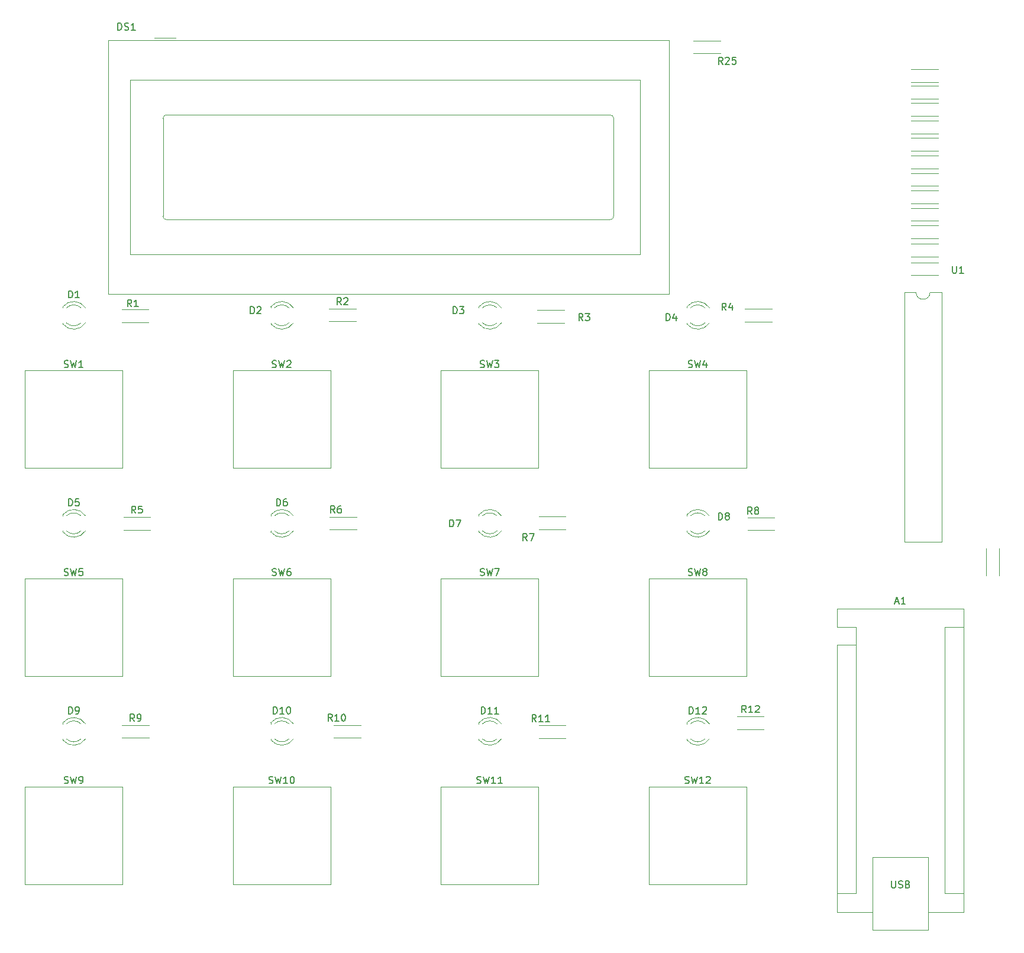
<source format=gbr>
%TF.GenerationSoftware,KiCad,Pcbnew,9.0.6*%
%TF.CreationDate,2025-12-26T23:22:09+00:00*%
%TF.ProjectId,DT,44542e6b-6963-4616-945f-706362585858,rev?*%
%TF.SameCoordinates,Original*%
%TF.FileFunction,Legend,Top*%
%TF.FilePolarity,Positive*%
%FSLAX46Y46*%
G04 Gerber Fmt 4.6, Leading zero omitted, Abs format (unit mm)*
G04 Created by KiCad (PCBNEW 9.0.6) date 2025-12-26 23:22:09*
%MOMM*%
%LPD*%
G01*
G04 APERTURE LIST*
%ADD10C,0.150000*%
%ADD11C,0.120000*%
G04 APERTURE END LIST*
D10*
X-362666666Y-23004819D02*
X-362999999Y-22528628D01*
X-363238094Y-23004819D02*
X-363238094Y-22004819D01*
X-363238094Y-22004819D02*
X-362857142Y-22004819D01*
X-362857142Y-22004819D02*
X-362761904Y-22052438D01*
X-362761904Y-22052438D02*
X-362714285Y-22100057D01*
X-362714285Y-22100057D02*
X-362666666Y-22195295D01*
X-362666666Y-22195295D02*
X-362666666Y-22338152D01*
X-362666666Y-22338152D02*
X-362714285Y-22433390D01*
X-362714285Y-22433390D02*
X-362761904Y-22481009D01*
X-362761904Y-22481009D02*
X-362857142Y-22528628D01*
X-362857142Y-22528628D02*
X-363238094Y-22528628D01*
X-361761904Y-22004819D02*
X-362238094Y-22004819D01*
X-362238094Y-22004819D02*
X-362285713Y-22481009D01*
X-362285713Y-22481009D02*
X-362238094Y-22433390D01*
X-362238094Y-22433390D02*
X-362142856Y-22385771D01*
X-362142856Y-22385771D02*
X-361904761Y-22385771D01*
X-361904761Y-22385771D02*
X-361809523Y-22433390D01*
X-361809523Y-22433390D02*
X-361761904Y-22481009D01*
X-361761904Y-22481009D02*
X-361714285Y-22576247D01*
X-361714285Y-22576247D02*
X-361714285Y-22814342D01*
X-361714285Y-22814342D02*
X-361761904Y-22909580D01*
X-361761904Y-22909580D02*
X-361809523Y-22957200D01*
X-361809523Y-22957200D02*
X-361904761Y-23004819D01*
X-361904761Y-23004819D02*
X-362142856Y-23004819D01*
X-362142856Y-23004819D02*
X-362238094Y-22957200D01*
X-362238094Y-22957200D02*
X-362285713Y-22909580D01*
X-342500094Y-21959819D02*
X-342500094Y-20959819D01*
X-342500094Y-20959819D02*
X-342261999Y-20959819D01*
X-342261999Y-20959819D02*
X-342119142Y-21007438D01*
X-342119142Y-21007438D02*
X-342023904Y-21102676D01*
X-342023904Y-21102676D02*
X-341976285Y-21197914D01*
X-341976285Y-21197914D02*
X-341928666Y-21388390D01*
X-341928666Y-21388390D02*
X-341928666Y-21531247D01*
X-341928666Y-21531247D02*
X-341976285Y-21721723D01*
X-341976285Y-21721723D02*
X-342023904Y-21816961D01*
X-342023904Y-21816961D02*
X-342119142Y-21912200D01*
X-342119142Y-21912200D02*
X-342261999Y-21959819D01*
X-342261999Y-21959819D02*
X-342500094Y-21959819D01*
X-341071523Y-20959819D02*
X-341261999Y-20959819D01*
X-341261999Y-20959819D02*
X-341357237Y-21007438D01*
X-341357237Y-21007438D02*
X-341404856Y-21055057D01*
X-341404856Y-21055057D02*
X-341500094Y-21197914D01*
X-341500094Y-21197914D02*
X-341547713Y-21388390D01*
X-341547713Y-21388390D02*
X-341547713Y-21769342D01*
X-341547713Y-21769342D02*
X-341500094Y-21864580D01*
X-341500094Y-21864580D02*
X-341452475Y-21912200D01*
X-341452475Y-21912200D02*
X-341357237Y-21959819D01*
X-341357237Y-21959819D02*
X-341166761Y-21959819D01*
X-341166761Y-21959819D02*
X-341071523Y-21912200D01*
X-341071523Y-21912200D02*
X-341023904Y-21864580D01*
X-341023904Y-21864580D02*
X-340976285Y-21769342D01*
X-340976285Y-21769342D02*
X-340976285Y-21531247D01*
X-340976285Y-21531247D02*
X-341023904Y-21436009D01*
X-341023904Y-21436009D02*
X-341071523Y-21388390D01*
X-341071523Y-21388390D02*
X-341166761Y-21340771D01*
X-341166761Y-21340771D02*
X-341357237Y-21340771D01*
X-341357237Y-21340771D02*
X-341452475Y-21388390D01*
X-341452475Y-21388390D02*
X-341500094Y-21436009D01*
X-341500094Y-21436009D02*
X-341547713Y-21531247D01*
X-317738094Y-24954819D02*
X-317738094Y-23954819D01*
X-317738094Y-23954819D02*
X-317499999Y-23954819D01*
X-317499999Y-23954819D02*
X-317357142Y-24002438D01*
X-317357142Y-24002438D02*
X-317261904Y-24097676D01*
X-317261904Y-24097676D02*
X-317214285Y-24192914D01*
X-317214285Y-24192914D02*
X-317166666Y-24383390D01*
X-317166666Y-24383390D02*
X-317166666Y-24526247D01*
X-317166666Y-24526247D02*
X-317214285Y-24716723D01*
X-317214285Y-24716723D02*
X-317261904Y-24811961D01*
X-317261904Y-24811961D02*
X-317357142Y-24907200D01*
X-317357142Y-24907200D02*
X-317499999Y-24954819D01*
X-317499999Y-24954819D02*
X-317738094Y-24954819D01*
X-316833332Y-23954819D02*
X-316166666Y-23954819D01*
X-316166666Y-23954819D02*
X-316595237Y-24954819D01*
X-274466666Y-23154819D02*
X-274799999Y-22678628D01*
X-275038094Y-23154819D02*
X-275038094Y-22154819D01*
X-275038094Y-22154819D02*
X-274657142Y-22154819D01*
X-274657142Y-22154819D02*
X-274561904Y-22202438D01*
X-274561904Y-22202438D02*
X-274514285Y-22250057D01*
X-274514285Y-22250057D02*
X-274466666Y-22345295D01*
X-274466666Y-22345295D02*
X-274466666Y-22488152D01*
X-274466666Y-22488152D02*
X-274514285Y-22583390D01*
X-274514285Y-22583390D02*
X-274561904Y-22631009D01*
X-274561904Y-22631009D02*
X-274657142Y-22678628D01*
X-274657142Y-22678628D02*
X-275038094Y-22678628D01*
X-273895237Y-22583390D02*
X-273990475Y-22535771D01*
X-273990475Y-22535771D02*
X-274038094Y-22488152D01*
X-274038094Y-22488152D02*
X-274085713Y-22392914D01*
X-274085713Y-22392914D02*
X-274085713Y-22345295D01*
X-274085713Y-22345295D02*
X-274038094Y-22250057D01*
X-274038094Y-22250057D02*
X-273990475Y-22202438D01*
X-273990475Y-22202438D02*
X-273895237Y-22154819D01*
X-273895237Y-22154819D02*
X-273704761Y-22154819D01*
X-273704761Y-22154819D02*
X-273609523Y-22202438D01*
X-273609523Y-22202438D02*
X-273561904Y-22250057D01*
X-273561904Y-22250057D02*
X-273514285Y-22345295D01*
X-273514285Y-22345295D02*
X-273514285Y-22392914D01*
X-273514285Y-22392914D02*
X-273561904Y-22488152D01*
X-273561904Y-22488152D02*
X-273609523Y-22535771D01*
X-273609523Y-22535771D02*
X-273704761Y-22583390D01*
X-273704761Y-22583390D02*
X-273895237Y-22583390D01*
X-273895237Y-22583390D02*
X-273990475Y-22631009D01*
X-273990475Y-22631009D02*
X-274038094Y-22678628D01*
X-274038094Y-22678628D02*
X-274085713Y-22773866D01*
X-274085713Y-22773866D02*
X-274085713Y-22964342D01*
X-274085713Y-22964342D02*
X-274038094Y-23059580D01*
X-274038094Y-23059580D02*
X-273990475Y-23107200D01*
X-273990475Y-23107200D02*
X-273895237Y-23154819D01*
X-273895237Y-23154819D02*
X-273704761Y-23154819D01*
X-273704761Y-23154819D02*
X-273609523Y-23107200D01*
X-273609523Y-23107200D02*
X-273561904Y-23059580D01*
X-273561904Y-23059580D02*
X-273514285Y-22964342D01*
X-273514285Y-22964342D02*
X-273514285Y-22773866D01*
X-273514285Y-22773866D02*
X-273561904Y-22678628D01*
X-273561904Y-22678628D02*
X-273609523Y-22631009D01*
X-273609523Y-22631009D02*
X-273704761Y-22583390D01*
X-313819523Y-61653200D02*
X-313676666Y-61700819D01*
X-313676666Y-61700819D02*
X-313438571Y-61700819D01*
X-313438571Y-61700819D02*
X-313343333Y-61653200D01*
X-313343333Y-61653200D02*
X-313295714Y-61605580D01*
X-313295714Y-61605580D02*
X-313248095Y-61510342D01*
X-313248095Y-61510342D02*
X-313248095Y-61415104D01*
X-313248095Y-61415104D02*
X-313295714Y-61319866D01*
X-313295714Y-61319866D02*
X-313343333Y-61272247D01*
X-313343333Y-61272247D02*
X-313438571Y-61224628D01*
X-313438571Y-61224628D02*
X-313629047Y-61177009D01*
X-313629047Y-61177009D02*
X-313724285Y-61129390D01*
X-313724285Y-61129390D02*
X-313771904Y-61081771D01*
X-313771904Y-61081771D02*
X-313819523Y-60986533D01*
X-313819523Y-60986533D02*
X-313819523Y-60891295D01*
X-313819523Y-60891295D02*
X-313771904Y-60796057D01*
X-313771904Y-60796057D02*
X-313724285Y-60748438D01*
X-313724285Y-60748438D02*
X-313629047Y-60700819D01*
X-313629047Y-60700819D02*
X-313390952Y-60700819D01*
X-313390952Y-60700819D02*
X-313248095Y-60748438D01*
X-312914761Y-60700819D02*
X-312676666Y-61700819D01*
X-312676666Y-61700819D02*
X-312486190Y-60986533D01*
X-312486190Y-60986533D02*
X-312295714Y-61700819D01*
X-312295714Y-61700819D02*
X-312057619Y-60700819D01*
X-311152857Y-61700819D02*
X-311724285Y-61700819D01*
X-311438571Y-61700819D02*
X-311438571Y-60700819D01*
X-311438571Y-60700819D02*
X-311533809Y-60843676D01*
X-311533809Y-60843676D02*
X-311629047Y-60938914D01*
X-311629047Y-60938914D02*
X-311724285Y-60986533D01*
X-310200476Y-61700819D02*
X-310771904Y-61700819D01*
X-310486190Y-61700819D02*
X-310486190Y-60700819D01*
X-310486190Y-60700819D02*
X-310581428Y-60843676D01*
X-310581428Y-60843676D02*
X-310676666Y-60938914D01*
X-310676666Y-60938914D02*
X-310771904Y-60986533D01*
X-372270094Y-21959819D02*
X-372270094Y-20959819D01*
X-372270094Y-20959819D02*
X-372031999Y-20959819D01*
X-372031999Y-20959819D02*
X-371889142Y-21007438D01*
X-371889142Y-21007438D02*
X-371793904Y-21102676D01*
X-371793904Y-21102676D02*
X-371746285Y-21197914D01*
X-371746285Y-21197914D02*
X-371698666Y-21388390D01*
X-371698666Y-21388390D02*
X-371698666Y-21531247D01*
X-371698666Y-21531247D02*
X-371746285Y-21721723D01*
X-371746285Y-21721723D02*
X-371793904Y-21816961D01*
X-371793904Y-21816961D02*
X-371889142Y-21912200D01*
X-371889142Y-21912200D02*
X-372031999Y-21959819D01*
X-372031999Y-21959819D02*
X-372270094Y-21959819D01*
X-370793904Y-20959819D02*
X-371270094Y-20959819D01*
X-371270094Y-20959819D02*
X-371317713Y-21436009D01*
X-371317713Y-21436009D02*
X-371270094Y-21388390D01*
X-371270094Y-21388390D02*
X-371174856Y-21340771D01*
X-371174856Y-21340771D02*
X-370936761Y-21340771D01*
X-370936761Y-21340771D02*
X-370841523Y-21388390D01*
X-370841523Y-21388390D02*
X-370793904Y-21436009D01*
X-370793904Y-21436009D02*
X-370746285Y-21531247D01*
X-370746285Y-21531247D02*
X-370746285Y-21769342D01*
X-370746285Y-21769342D02*
X-370793904Y-21864580D01*
X-370793904Y-21864580D02*
X-370841523Y-21912200D01*
X-370841523Y-21912200D02*
X-370936761Y-21959819D01*
X-370936761Y-21959819D02*
X-371174856Y-21959819D01*
X-371174856Y-21959819D02*
X-371270094Y-21912200D01*
X-371270094Y-21912200D02*
X-371317713Y-21864580D01*
X-372883332Y-61653200D02*
X-372740475Y-61700819D01*
X-372740475Y-61700819D02*
X-372502380Y-61700819D01*
X-372502380Y-61700819D02*
X-372407142Y-61653200D01*
X-372407142Y-61653200D02*
X-372359523Y-61605580D01*
X-372359523Y-61605580D02*
X-372311904Y-61510342D01*
X-372311904Y-61510342D02*
X-372311904Y-61415104D01*
X-372311904Y-61415104D02*
X-372359523Y-61319866D01*
X-372359523Y-61319866D02*
X-372407142Y-61272247D01*
X-372407142Y-61272247D02*
X-372502380Y-61224628D01*
X-372502380Y-61224628D02*
X-372692856Y-61177009D01*
X-372692856Y-61177009D02*
X-372788094Y-61129390D01*
X-372788094Y-61129390D02*
X-372835713Y-61081771D01*
X-372835713Y-61081771D02*
X-372883332Y-60986533D01*
X-372883332Y-60986533D02*
X-372883332Y-60891295D01*
X-372883332Y-60891295D02*
X-372835713Y-60796057D01*
X-372835713Y-60796057D02*
X-372788094Y-60748438D01*
X-372788094Y-60748438D02*
X-372692856Y-60700819D01*
X-372692856Y-60700819D02*
X-372454761Y-60700819D01*
X-372454761Y-60700819D02*
X-372311904Y-60748438D01*
X-371978570Y-60700819D02*
X-371740475Y-61700819D01*
X-371740475Y-61700819D02*
X-371549999Y-60986533D01*
X-371549999Y-60986533D02*
X-371359523Y-61700819D01*
X-371359523Y-61700819D02*
X-371121428Y-60700819D01*
X-370692856Y-61700819D02*
X-370502380Y-61700819D01*
X-370502380Y-61700819D02*
X-370407142Y-61653200D01*
X-370407142Y-61653200D02*
X-370359523Y-61605580D01*
X-370359523Y-61605580D02*
X-370264285Y-61462723D01*
X-370264285Y-61462723D02*
X-370216666Y-61272247D01*
X-370216666Y-61272247D02*
X-370216666Y-60891295D01*
X-370216666Y-60891295D02*
X-370264285Y-60796057D01*
X-370264285Y-60796057D02*
X-370311904Y-60748438D01*
X-370311904Y-60748438D02*
X-370407142Y-60700819D01*
X-370407142Y-60700819D02*
X-370597618Y-60700819D01*
X-370597618Y-60700819D02*
X-370692856Y-60748438D01*
X-370692856Y-60748438D02*
X-370740475Y-60796057D01*
X-370740475Y-60796057D02*
X-370788094Y-60891295D01*
X-370788094Y-60891295D02*
X-370788094Y-61129390D01*
X-370788094Y-61129390D02*
X-370740475Y-61224628D01*
X-370740475Y-61224628D02*
X-370692856Y-61272247D01*
X-370692856Y-61272247D02*
X-370597618Y-61319866D01*
X-370597618Y-61319866D02*
X-370407142Y-61319866D01*
X-370407142Y-61319866D02*
X-370311904Y-61272247D01*
X-370311904Y-61272247D02*
X-370264285Y-61224628D01*
X-370264285Y-61224628D02*
X-370216666Y-61129390D01*
X-278166666Y6045180D02*
X-278499999Y6521371D01*
X-278738094Y6045180D02*
X-278738094Y7045180D01*
X-278738094Y7045180D02*
X-278357142Y7045180D01*
X-278357142Y7045180D02*
X-278261904Y6997561D01*
X-278261904Y6997561D02*
X-278214285Y6949942D01*
X-278214285Y6949942D02*
X-278166666Y6854704D01*
X-278166666Y6854704D02*
X-278166666Y6711847D01*
X-278166666Y6711847D02*
X-278214285Y6616609D01*
X-278214285Y6616609D02*
X-278261904Y6568990D01*
X-278261904Y6568990D02*
X-278357142Y6521371D01*
X-278357142Y6521371D02*
X-278738094Y6521371D01*
X-277309523Y6711847D02*
X-277309523Y6045180D01*
X-277547618Y7092800D02*
X-277785713Y6378514D01*
X-277785713Y6378514D02*
X-277166666Y6378514D01*
X-372270094Y-51729819D02*
X-372270094Y-50729819D01*
X-372270094Y-50729819D02*
X-372031999Y-50729819D01*
X-372031999Y-50729819D02*
X-371889142Y-50777438D01*
X-371889142Y-50777438D02*
X-371793904Y-50872676D01*
X-371793904Y-50872676D02*
X-371746285Y-50967914D01*
X-371746285Y-50967914D02*
X-371698666Y-51158390D01*
X-371698666Y-51158390D02*
X-371698666Y-51301247D01*
X-371698666Y-51301247D02*
X-371746285Y-51491723D01*
X-371746285Y-51491723D02*
X-371793904Y-51586961D01*
X-371793904Y-51586961D02*
X-371889142Y-51682200D01*
X-371889142Y-51682200D02*
X-372031999Y-51729819D01*
X-372031999Y-51729819D02*
X-372270094Y-51729819D01*
X-371222475Y-51729819D02*
X-371031999Y-51729819D01*
X-371031999Y-51729819D02*
X-370936761Y-51682200D01*
X-370936761Y-51682200D02*
X-370889142Y-51634580D01*
X-370889142Y-51634580D02*
X-370793904Y-51491723D01*
X-370793904Y-51491723D02*
X-370746285Y-51301247D01*
X-370746285Y-51301247D02*
X-370746285Y-50920295D01*
X-370746285Y-50920295D02*
X-370793904Y-50825057D01*
X-370793904Y-50825057D02*
X-370841523Y-50777438D01*
X-370841523Y-50777438D02*
X-370936761Y-50729819D01*
X-370936761Y-50729819D02*
X-371127237Y-50729819D01*
X-371127237Y-50729819D02*
X-371222475Y-50777438D01*
X-371222475Y-50777438D02*
X-371270094Y-50825057D01*
X-371270094Y-50825057D02*
X-371317713Y-50920295D01*
X-371317713Y-50920295D02*
X-371317713Y-51158390D01*
X-371317713Y-51158390D02*
X-371270094Y-51253628D01*
X-371270094Y-51253628D02*
X-371222475Y-51301247D01*
X-371222475Y-51301247D02*
X-371127237Y-51348866D01*
X-371127237Y-51348866D02*
X-370936761Y-51348866D01*
X-370936761Y-51348866D02*
X-370841523Y-51301247D01*
X-370841523Y-51301247D02*
X-370793904Y-51253628D01*
X-370793904Y-51253628D02*
X-370746285Y-51158390D01*
X-363266666Y6545180D02*
X-363599999Y7021371D01*
X-363838094Y6545180D02*
X-363838094Y7545180D01*
X-363838094Y7545180D02*
X-363457142Y7545180D01*
X-363457142Y7545180D02*
X-363361904Y7497561D01*
X-363361904Y7497561D02*
X-363314285Y7449942D01*
X-363314285Y7449942D02*
X-363266666Y7354704D01*
X-363266666Y7354704D02*
X-363266666Y7211847D01*
X-363266666Y7211847D02*
X-363314285Y7116609D01*
X-363314285Y7116609D02*
X-363361904Y7068990D01*
X-363361904Y7068990D02*
X-363457142Y7021371D01*
X-363457142Y7021371D02*
X-363838094Y7021371D01*
X-362314285Y6545180D02*
X-362885713Y6545180D01*
X-362599999Y6545180D02*
X-362599999Y7545180D01*
X-362599999Y7545180D02*
X-362695237Y7402323D01*
X-362695237Y7402323D02*
X-362790475Y7307085D01*
X-362790475Y7307085D02*
X-362885713Y7259466D01*
X-372270094Y7810180D02*
X-372270094Y8810180D01*
X-372270094Y8810180D02*
X-372031999Y8810180D01*
X-372031999Y8810180D02*
X-371889142Y8762561D01*
X-371889142Y8762561D02*
X-371793904Y8667323D01*
X-371793904Y8667323D02*
X-371746285Y8572085D01*
X-371746285Y8572085D02*
X-371698666Y8381609D01*
X-371698666Y8381609D02*
X-371698666Y8238752D01*
X-371698666Y8238752D02*
X-371746285Y8048276D01*
X-371746285Y8048276D02*
X-371793904Y7953038D01*
X-371793904Y7953038D02*
X-371889142Y7857800D01*
X-371889142Y7857800D02*
X-372031999Y7810180D01*
X-372031999Y7810180D02*
X-372270094Y7810180D01*
X-370746285Y7810180D02*
X-371317713Y7810180D01*
X-371031999Y7810180D02*
X-371031999Y8810180D01*
X-371031999Y8810180D02*
X-371127237Y8667323D01*
X-371127237Y8667323D02*
X-371222475Y8572085D01*
X-371222475Y8572085D02*
X-371317713Y8524466D01*
X-305342857Y-52854819D02*
X-305676190Y-52378628D01*
X-305914285Y-52854819D02*
X-305914285Y-51854819D01*
X-305914285Y-51854819D02*
X-305533333Y-51854819D01*
X-305533333Y-51854819D02*
X-305438095Y-51902438D01*
X-305438095Y-51902438D02*
X-305390476Y-51950057D01*
X-305390476Y-51950057D02*
X-305342857Y-52045295D01*
X-305342857Y-52045295D02*
X-305342857Y-52188152D01*
X-305342857Y-52188152D02*
X-305390476Y-52283390D01*
X-305390476Y-52283390D02*
X-305438095Y-52331009D01*
X-305438095Y-52331009D02*
X-305533333Y-52378628D01*
X-305533333Y-52378628D02*
X-305914285Y-52378628D01*
X-304390476Y-52854819D02*
X-304961904Y-52854819D01*
X-304676190Y-52854819D02*
X-304676190Y-51854819D01*
X-304676190Y-51854819D02*
X-304771428Y-51997676D01*
X-304771428Y-51997676D02*
X-304866666Y-52092914D01*
X-304866666Y-52092914D02*
X-304961904Y-52140533D01*
X-303438095Y-52854819D02*
X-304009523Y-52854819D01*
X-303723809Y-52854819D02*
X-303723809Y-51854819D01*
X-303723809Y-51854819D02*
X-303819047Y-51997676D01*
X-303819047Y-51997676D02*
X-303914285Y-52092914D01*
X-303914285Y-52092914D02*
X-304009523Y-52140533D01*
X-298666666Y4545180D02*
X-298999999Y5021371D01*
X-299238094Y4545180D02*
X-299238094Y5545180D01*
X-299238094Y5545180D02*
X-298857142Y5545180D01*
X-298857142Y5545180D02*
X-298761904Y5497561D01*
X-298761904Y5497561D02*
X-298714285Y5449942D01*
X-298714285Y5449942D02*
X-298666666Y5354704D01*
X-298666666Y5354704D02*
X-298666666Y5211847D01*
X-298666666Y5211847D02*
X-298714285Y5116609D01*
X-298714285Y5116609D02*
X-298761904Y5068990D01*
X-298761904Y5068990D02*
X-298857142Y5021371D01*
X-298857142Y5021371D02*
X-299238094Y5021371D01*
X-298333332Y5545180D02*
X-297714285Y5545180D01*
X-297714285Y5545180D02*
X-298047618Y5164228D01*
X-298047618Y5164228D02*
X-297904761Y5164228D01*
X-297904761Y5164228D02*
X-297809523Y5116609D01*
X-297809523Y5116609D02*
X-297761904Y5068990D01*
X-297761904Y5068990D02*
X-297714285Y4973752D01*
X-297714285Y4973752D02*
X-297714285Y4735657D01*
X-297714285Y4735657D02*
X-297761904Y4640419D01*
X-297761904Y4640419D02*
X-297809523Y4592800D01*
X-297809523Y4592800D02*
X-297904761Y4545180D01*
X-297904761Y4545180D02*
X-298190475Y4545180D01*
X-298190475Y4545180D02*
X-298285713Y4592800D01*
X-298285713Y4592800D02*
X-298333332Y4640419D01*
X-278642857Y41245180D02*
X-278976190Y41721371D01*
X-279214285Y41245180D02*
X-279214285Y42245180D01*
X-279214285Y42245180D02*
X-278833333Y42245180D01*
X-278833333Y42245180D02*
X-278738095Y42197561D01*
X-278738095Y42197561D02*
X-278690476Y42149942D01*
X-278690476Y42149942D02*
X-278642857Y42054704D01*
X-278642857Y42054704D02*
X-278642857Y41911847D01*
X-278642857Y41911847D02*
X-278690476Y41816609D01*
X-278690476Y41816609D02*
X-278738095Y41768990D01*
X-278738095Y41768990D02*
X-278833333Y41721371D01*
X-278833333Y41721371D02*
X-279214285Y41721371D01*
X-278261904Y42149942D02*
X-278214285Y42197561D01*
X-278214285Y42197561D02*
X-278119047Y42245180D01*
X-278119047Y42245180D02*
X-277880952Y42245180D01*
X-277880952Y42245180D02*
X-277785714Y42197561D01*
X-277785714Y42197561D02*
X-277738095Y42149942D01*
X-277738095Y42149942D02*
X-277690476Y42054704D01*
X-277690476Y42054704D02*
X-277690476Y41959466D01*
X-277690476Y41959466D02*
X-277738095Y41816609D01*
X-277738095Y41816609D02*
X-278309523Y41245180D01*
X-278309523Y41245180D02*
X-277690476Y41245180D01*
X-276785714Y42245180D02*
X-277261904Y42245180D01*
X-277261904Y42245180D02*
X-277309523Y41768990D01*
X-277309523Y41768990D02*
X-277261904Y41816609D01*
X-277261904Y41816609D02*
X-277166666Y41864228D01*
X-277166666Y41864228D02*
X-276928571Y41864228D01*
X-276928571Y41864228D02*
X-276833333Y41816609D01*
X-276833333Y41816609D02*
X-276785714Y41768990D01*
X-276785714Y41768990D02*
X-276738095Y41673752D01*
X-276738095Y41673752D02*
X-276738095Y41435657D01*
X-276738095Y41435657D02*
X-276785714Y41340419D01*
X-276785714Y41340419D02*
X-276833333Y41292800D01*
X-276833333Y41292800D02*
X-276928571Y41245180D01*
X-276928571Y41245180D02*
X-277166666Y41245180D01*
X-277166666Y41245180D02*
X-277261904Y41292800D01*
X-277261904Y41292800D02*
X-277309523Y41340419D01*
X-284049523Y-61653200D02*
X-283906666Y-61700819D01*
X-283906666Y-61700819D02*
X-283668571Y-61700819D01*
X-283668571Y-61700819D02*
X-283573333Y-61653200D01*
X-283573333Y-61653200D02*
X-283525714Y-61605580D01*
X-283525714Y-61605580D02*
X-283478095Y-61510342D01*
X-283478095Y-61510342D02*
X-283478095Y-61415104D01*
X-283478095Y-61415104D02*
X-283525714Y-61319866D01*
X-283525714Y-61319866D02*
X-283573333Y-61272247D01*
X-283573333Y-61272247D02*
X-283668571Y-61224628D01*
X-283668571Y-61224628D02*
X-283859047Y-61177009D01*
X-283859047Y-61177009D02*
X-283954285Y-61129390D01*
X-283954285Y-61129390D02*
X-284001904Y-61081771D01*
X-284001904Y-61081771D02*
X-284049523Y-60986533D01*
X-284049523Y-60986533D02*
X-284049523Y-60891295D01*
X-284049523Y-60891295D02*
X-284001904Y-60796057D01*
X-284001904Y-60796057D02*
X-283954285Y-60748438D01*
X-283954285Y-60748438D02*
X-283859047Y-60700819D01*
X-283859047Y-60700819D02*
X-283620952Y-60700819D01*
X-283620952Y-60700819D02*
X-283478095Y-60748438D01*
X-283144761Y-60700819D02*
X-282906666Y-61700819D01*
X-282906666Y-61700819D02*
X-282716190Y-60986533D01*
X-282716190Y-60986533D02*
X-282525714Y-61700819D01*
X-282525714Y-61700819D02*
X-282287619Y-60700819D01*
X-281382857Y-61700819D02*
X-281954285Y-61700819D01*
X-281668571Y-61700819D02*
X-281668571Y-60700819D01*
X-281668571Y-60700819D02*
X-281763809Y-60843676D01*
X-281763809Y-60843676D02*
X-281859047Y-60938914D01*
X-281859047Y-60938914D02*
X-281954285Y-60986533D01*
X-281001904Y-60796057D02*
X-280954285Y-60748438D01*
X-280954285Y-60748438D02*
X-280859047Y-60700819D01*
X-280859047Y-60700819D02*
X-280620952Y-60700819D01*
X-280620952Y-60700819D02*
X-280525714Y-60748438D01*
X-280525714Y-60748438D02*
X-280478095Y-60796057D01*
X-280478095Y-60796057D02*
X-280430476Y-60891295D01*
X-280430476Y-60891295D02*
X-280430476Y-60986533D01*
X-280430476Y-60986533D02*
X-280478095Y-61129390D01*
X-280478095Y-61129390D02*
X-281049523Y-61700819D01*
X-281049523Y-61700819D02*
X-280430476Y-61700819D01*
X-275302857Y-51534819D02*
X-275636190Y-51058628D01*
X-275874285Y-51534819D02*
X-275874285Y-50534819D01*
X-275874285Y-50534819D02*
X-275493333Y-50534819D01*
X-275493333Y-50534819D02*
X-275398095Y-50582438D01*
X-275398095Y-50582438D02*
X-275350476Y-50630057D01*
X-275350476Y-50630057D02*
X-275302857Y-50725295D01*
X-275302857Y-50725295D02*
X-275302857Y-50868152D01*
X-275302857Y-50868152D02*
X-275350476Y-50963390D01*
X-275350476Y-50963390D02*
X-275398095Y-51011009D01*
X-275398095Y-51011009D02*
X-275493333Y-51058628D01*
X-275493333Y-51058628D02*
X-275874285Y-51058628D01*
X-274350476Y-51534819D02*
X-274921904Y-51534819D01*
X-274636190Y-51534819D02*
X-274636190Y-50534819D01*
X-274636190Y-50534819D02*
X-274731428Y-50677676D01*
X-274731428Y-50677676D02*
X-274826666Y-50772914D01*
X-274826666Y-50772914D02*
X-274921904Y-50820533D01*
X-273969523Y-50630057D02*
X-273921904Y-50582438D01*
X-273921904Y-50582438D02*
X-273826666Y-50534819D01*
X-273826666Y-50534819D02*
X-273588571Y-50534819D01*
X-273588571Y-50534819D02*
X-273493333Y-50582438D01*
X-273493333Y-50582438D02*
X-273445714Y-50630057D01*
X-273445714Y-50630057D02*
X-273398095Y-50725295D01*
X-273398095Y-50725295D02*
X-273398095Y-50820533D01*
X-273398095Y-50820533D02*
X-273445714Y-50963390D01*
X-273445714Y-50963390D02*
X-274017142Y-51534819D01*
X-274017142Y-51534819D02*
X-273398095Y-51534819D01*
X-365214285Y46145180D02*
X-365214285Y47145180D01*
X-365214285Y47145180D02*
X-364976190Y47145180D01*
X-364976190Y47145180D02*
X-364833333Y47097561D01*
X-364833333Y47097561D02*
X-364738095Y47002323D01*
X-364738095Y47002323D02*
X-364690476Y46907085D01*
X-364690476Y46907085D02*
X-364642857Y46716609D01*
X-364642857Y46716609D02*
X-364642857Y46573752D01*
X-364642857Y46573752D02*
X-364690476Y46383276D01*
X-364690476Y46383276D02*
X-364738095Y46288038D01*
X-364738095Y46288038D02*
X-364833333Y46192800D01*
X-364833333Y46192800D02*
X-364976190Y46145180D01*
X-364976190Y46145180D02*
X-365214285Y46145180D01*
X-364261904Y46192800D02*
X-364119047Y46145180D01*
X-364119047Y46145180D02*
X-363880952Y46145180D01*
X-363880952Y46145180D02*
X-363785714Y46192800D01*
X-363785714Y46192800D02*
X-363738095Y46240419D01*
X-363738095Y46240419D02*
X-363690476Y46335657D01*
X-363690476Y46335657D02*
X-363690476Y46430895D01*
X-363690476Y46430895D02*
X-363738095Y46526133D01*
X-363738095Y46526133D02*
X-363785714Y46573752D01*
X-363785714Y46573752D02*
X-363880952Y46621371D01*
X-363880952Y46621371D02*
X-364071428Y46668990D01*
X-364071428Y46668990D02*
X-364166666Y46716609D01*
X-364166666Y46716609D02*
X-364214285Y46764228D01*
X-364214285Y46764228D02*
X-364261904Y46859466D01*
X-364261904Y46859466D02*
X-364261904Y46954704D01*
X-364261904Y46954704D02*
X-364214285Y47049942D01*
X-364214285Y47049942D02*
X-364166666Y47097561D01*
X-364166666Y47097561D02*
X-364071428Y47145180D01*
X-364071428Y47145180D02*
X-363833333Y47145180D01*
X-363833333Y47145180D02*
X-363690476Y47097561D01*
X-362738095Y46145180D02*
X-363309523Y46145180D01*
X-363023809Y46145180D02*
X-363023809Y47145180D01*
X-363023809Y47145180D02*
X-363119047Y47002323D01*
X-363119047Y47002323D02*
X-363214285Y46907085D01*
X-363214285Y46907085D02*
X-363309523Y46859466D01*
X-343113332Y-2113200D02*
X-342970475Y-2160819D01*
X-342970475Y-2160819D02*
X-342732380Y-2160819D01*
X-342732380Y-2160819D02*
X-342637142Y-2113200D01*
X-342637142Y-2113200D02*
X-342589523Y-2065580D01*
X-342589523Y-2065580D02*
X-342541904Y-1970342D01*
X-342541904Y-1970342D02*
X-342541904Y-1875104D01*
X-342541904Y-1875104D02*
X-342589523Y-1779866D01*
X-342589523Y-1779866D02*
X-342637142Y-1732247D01*
X-342637142Y-1732247D02*
X-342732380Y-1684628D01*
X-342732380Y-1684628D02*
X-342922856Y-1637009D01*
X-342922856Y-1637009D02*
X-343018094Y-1589390D01*
X-343018094Y-1589390D02*
X-343065713Y-1541771D01*
X-343065713Y-1541771D02*
X-343113332Y-1446533D01*
X-343113332Y-1446533D02*
X-343113332Y-1351295D01*
X-343113332Y-1351295D02*
X-343065713Y-1256057D01*
X-343065713Y-1256057D02*
X-343018094Y-1208438D01*
X-343018094Y-1208438D02*
X-342922856Y-1160819D01*
X-342922856Y-1160819D02*
X-342684761Y-1160819D01*
X-342684761Y-1160819D02*
X-342541904Y-1208438D01*
X-342208570Y-1160819D02*
X-341970475Y-2160819D01*
X-341970475Y-2160819D02*
X-341779999Y-1446533D01*
X-341779999Y-1446533D02*
X-341589523Y-2160819D01*
X-341589523Y-2160819D02*
X-341351428Y-1160819D01*
X-341018094Y-1256057D02*
X-340970475Y-1208438D01*
X-340970475Y-1208438D02*
X-340875237Y-1160819D01*
X-340875237Y-1160819D02*
X-340637142Y-1160819D01*
X-340637142Y-1160819D02*
X-340541904Y-1208438D01*
X-340541904Y-1208438D02*
X-340494285Y-1256057D01*
X-340494285Y-1256057D02*
X-340446666Y-1351295D01*
X-340446666Y-1351295D02*
X-340446666Y-1446533D01*
X-340446666Y-1446533D02*
X-340494285Y-1589390D01*
X-340494285Y-1589390D02*
X-341065713Y-2160819D01*
X-341065713Y-2160819D02*
X-340446666Y-2160819D01*
X-283573332Y-2113200D02*
X-283430475Y-2160819D01*
X-283430475Y-2160819D02*
X-283192380Y-2160819D01*
X-283192380Y-2160819D02*
X-283097142Y-2113200D01*
X-283097142Y-2113200D02*
X-283049523Y-2065580D01*
X-283049523Y-2065580D02*
X-283001904Y-1970342D01*
X-283001904Y-1970342D02*
X-283001904Y-1875104D01*
X-283001904Y-1875104D02*
X-283049523Y-1779866D01*
X-283049523Y-1779866D02*
X-283097142Y-1732247D01*
X-283097142Y-1732247D02*
X-283192380Y-1684628D01*
X-283192380Y-1684628D02*
X-283382856Y-1637009D01*
X-283382856Y-1637009D02*
X-283478094Y-1589390D01*
X-283478094Y-1589390D02*
X-283525713Y-1541771D01*
X-283525713Y-1541771D02*
X-283573332Y-1446533D01*
X-283573332Y-1446533D02*
X-283573332Y-1351295D01*
X-283573332Y-1351295D02*
X-283525713Y-1256057D01*
X-283525713Y-1256057D02*
X-283478094Y-1208438D01*
X-283478094Y-1208438D02*
X-283382856Y-1160819D01*
X-283382856Y-1160819D02*
X-283144761Y-1160819D01*
X-283144761Y-1160819D02*
X-283001904Y-1208438D01*
X-282668570Y-1160819D02*
X-282430475Y-2160819D01*
X-282430475Y-2160819D02*
X-282239999Y-1446533D01*
X-282239999Y-1446533D02*
X-282049523Y-2160819D01*
X-282049523Y-2160819D02*
X-281811428Y-1160819D01*
X-281001904Y-1494152D02*
X-281001904Y-2160819D01*
X-281239999Y-1113200D02*
X-281478094Y-1827485D01*
X-281478094Y-1827485D02*
X-280859047Y-1827485D01*
X-343113332Y-31883200D02*
X-342970475Y-31930819D01*
X-342970475Y-31930819D02*
X-342732380Y-31930819D01*
X-342732380Y-31930819D02*
X-342637142Y-31883200D01*
X-342637142Y-31883200D02*
X-342589523Y-31835580D01*
X-342589523Y-31835580D02*
X-342541904Y-31740342D01*
X-342541904Y-31740342D02*
X-342541904Y-31645104D01*
X-342541904Y-31645104D02*
X-342589523Y-31549866D01*
X-342589523Y-31549866D02*
X-342637142Y-31502247D01*
X-342637142Y-31502247D02*
X-342732380Y-31454628D01*
X-342732380Y-31454628D02*
X-342922856Y-31407009D01*
X-342922856Y-31407009D02*
X-343018094Y-31359390D01*
X-343018094Y-31359390D02*
X-343065713Y-31311771D01*
X-343065713Y-31311771D02*
X-343113332Y-31216533D01*
X-343113332Y-31216533D02*
X-343113332Y-31121295D01*
X-343113332Y-31121295D02*
X-343065713Y-31026057D01*
X-343065713Y-31026057D02*
X-343018094Y-30978438D01*
X-343018094Y-30978438D02*
X-342922856Y-30930819D01*
X-342922856Y-30930819D02*
X-342684761Y-30930819D01*
X-342684761Y-30930819D02*
X-342541904Y-30978438D01*
X-342208570Y-30930819D02*
X-341970475Y-31930819D01*
X-341970475Y-31930819D02*
X-341779999Y-31216533D01*
X-341779999Y-31216533D02*
X-341589523Y-31930819D01*
X-341589523Y-31930819D02*
X-341351428Y-30930819D01*
X-340541904Y-30930819D02*
X-340732380Y-30930819D01*
X-340732380Y-30930819D02*
X-340827618Y-30978438D01*
X-340827618Y-30978438D02*
X-340875237Y-31026057D01*
X-340875237Y-31026057D02*
X-340970475Y-31168914D01*
X-340970475Y-31168914D02*
X-341018094Y-31359390D01*
X-341018094Y-31359390D02*
X-341018094Y-31740342D01*
X-341018094Y-31740342D02*
X-340970475Y-31835580D01*
X-340970475Y-31835580D02*
X-340922856Y-31883200D01*
X-340922856Y-31883200D02*
X-340827618Y-31930819D01*
X-340827618Y-31930819D02*
X-340637142Y-31930819D01*
X-340637142Y-31930819D02*
X-340541904Y-31883200D01*
X-340541904Y-31883200D02*
X-340494285Y-31835580D01*
X-340494285Y-31835580D02*
X-340446666Y-31740342D01*
X-340446666Y-31740342D02*
X-340446666Y-31502247D01*
X-340446666Y-31502247D02*
X-340494285Y-31407009D01*
X-340494285Y-31407009D02*
X-340541904Y-31359390D01*
X-340541904Y-31359390D02*
X-340637142Y-31311771D01*
X-340637142Y-31311771D02*
X-340827618Y-31311771D01*
X-340827618Y-31311771D02*
X-340922856Y-31359390D01*
X-340922856Y-31359390D02*
X-340970475Y-31407009D01*
X-340970475Y-31407009D02*
X-341018094Y-31502247D01*
X-313343332Y-2113200D02*
X-313200475Y-2160819D01*
X-313200475Y-2160819D02*
X-312962380Y-2160819D01*
X-312962380Y-2160819D02*
X-312867142Y-2113200D01*
X-312867142Y-2113200D02*
X-312819523Y-2065580D01*
X-312819523Y-2065580D02*
X-312771904Y-1970342D01*
X-312771904Y-1970342D02*
X-312771904Y-1875104D01*
X-312771904Y-1875104D02*
X-312819523Y-1779866D01*
X-312819523Y-1779866D02*
X-312867142Y-1732247D01*
X-312867142Y-1732247D02*
X-312962380Y-1684628D01*
X-312962380Y-1684628D02*
X-313152856Y-1637009D01*
X-313152856Y-1637009D02*
X-313248094Y-1589390D01*
X-313248094Y-1589390D02*
X-313295713Y-1541771D01*
X-313295713Y-1541771D02*
X-313343332Y-1446533D01*
X-313343332Y-1446533D02*
X-313343332Y-1351295D01*
X-313343332Y-1351295D02*
X-313295713Y-1256057D01*
X-313295713Y-1256057D02*
X-313248094Y-1208438D01*
X-313248094Y-1208438D02*
X-313152856Y-1160819D01*
X-313152856Y-1160819D02*
X-312914761Y-1160819D01*
X-312914761Y-1160819D02*
X-312771904Y-1208438D01*
X-312438570Y-1160819D02*
X-312200475Y-2160819D01*
X-312200475Y-2160819D02*
X-312009999Y-1446533D01*
X-312009999Y-1446533D02*
X-311819523Y-2160819D01*
X-311819523Y-2160819D02*
X-311581428Y-1160819D01*
X-311295713Y-1160819D02*
X-310676666Y-1160819D01*
X-310676666Y-1160819D02*
X-311009999Y-1541771D01*
X-311009999Y-1541771D02*
X-310867142Y-1541771D01*
X-310867142Y-1541771D02*
X-310771904Y-1589390D01*
X-310771904Y-1589390D02*
X-310724285Y-1637009D01*
X-310724285Y-1637009D02*
X-310676666Y-1732247D01*
X-310676666Y-1732247D02*
X-310676666Y-1970342D01*
X-310676666Y-1970342D02*
X-310724285Y-2065580D01*
X-310724285Y-2065580D02*
X-310771904Y-2113200D01*
X-310771904Y-2113200D02*
X-310867142Y-2160819D01*
X-310867142Y-2160819D02*
X-311152856Y-2160819D01*
X-311152856Y-2160819D02*
X-311248094Y-2113200D01*
X-311248094Y-2113200D02*
X-311295713Y-2065580D01*
X-283436285Y-51729819D02*
X-283436285Y-50729819D01*
X-283436285Y-50729819D02*
X-283198190Y-50729819D01*
X-283198190Y-50729819D02*
X-283055333Y-50777438D01*
X-283055333Y-50777438D02*
X-282960095Y-50872676D01*
X-282960095Y-50872676D02*
X-282912476Y-50967914D01*
X-282912476Y-50967914D02*
X-282864857Y-51158390D01*
X-282864857Y-51158390D02*
X-282864857Y-51301247D01*
X-282864857Y-51301247D02*
X-282912476Y-51491723D01*
X-282912476Y-51491723D02*
X-282960095Y-51586961D01*
X-282960095Y-51586961D02*
X-283055333Y-51682200D01*
X-283055333Y-51682200D02*
X-283198190Y-51729819D01*
X-283198190Y-51729819D02*
X-283436285Y-51729819D01*
X-281912476Y-51729819D02*
X-282483904Y-51729819D01*
X-282198190Y-51729819D02*
X-282198190Y-50729819D01*
X-282198190Y-50729819D02*
X-282293428Y-50872676D01*
X-282293428Y-50872676D02*
X-282388666Y-50967914D01*
X-282388666Y-50967914D02*
X-282483904Y-51015533D01*
X-281531523Y-50825057D02*
X-281483904Y-50777438D01*
X-281483904Y-50777438D02*
X-281388666Y-50729819D01*
X-281388666Y-50729819D02*
X-281150571Y-50729819D01*
X-281150571Y-50729819D02*
X-281055333Y-50777438D01*
X-281055333Y-50777438D02*
X-281007714Y-50825057D01*
X-281007714Y-50825057D02*
X-280960095Y-50920295D01*
X-280960095Y-50920295D02*
X-280960095Y-51015533D01*
X-280960095Y-51015533D02*
X-281007714Y-51158390D01*
X-281007714Y-51158390D02*
X-281579142Y-51729819D01*
X-281579142Y-51729819D02*
X-280960095Y-51729819D01*
X-245761904Y12345180D02*
X-245761904Y11535657D01*
X-245761904Y11535657D02*
X-245714285Y11440419D01*
X-245714285Y11440419D02*
X-245666666Y11392800D01*
X-245666666Y11392800D02*
X-245571428Y11345180D01*
X-245571428Y11345180D02*
X-245380952Y11345180D01*
X-245380952Y11345180D02*
X-245285714Y11392800D01*
X-245285714Y11392800D02*
X-245238095Y11440419D01*
X-245238095Y11440419D02*
X-245190476Y11535657D01*
X-245190476Y11535657D02*
X-245190476Y12345180D01*
X-244190476Y11345180D02*
X-244761904Y11345180D01*
X-244476190Y11345180D02*
X-244476190Y12345180D01*
X-244476190Y12345180D02*
X-244571428Y12202323D01*
X-244571428Y12202323D02*
X-244666666Y12107085D01*
X-244666666Y12107085D02*
X-244761904Y12059466D01*
X-346238094Y5545180D02*
X-346238094Y6545180D01*
X-346238094Y6545180D02*
X-345999999Y6545180D01*
X-345999999Y6545180D02*
X-345857142Y6497561D01*
X-345857142Y6497561D02*
X-345761904Y6402323D01*
X-345761904Y6402323D02*
X-345714285Y6307085D01*
X-345714285Y6307085D02*
X-345666666Y6116609D01*
X-345666666Y6116609D02*
X-345666666Y5973752D01*
X-345666666Y5973752D02*
X-345714285Y5783276D01*
X-345714285Y5783276D02*
X-345761904Y5688038D01*
X-345761904Y5688038D02*
X-345857142Y5592800D01*
X-345857142Y5592800D02*
X-345999999Y5545180D01*
X-345999999Y5545180D02*
X-346238094Y5545180D01*
X-345285713Y6449942D02*
X-345238094Y6497561D01*
X-345238094Y6497561D02*
X-345142856Y6545180D01*
X-345142856Y6545180D02*
X-344904761Y6545180D01*
X-344904761Y6545180D02*
X-344809523Y6497561D01*
X-344809523Y6497561D02*
X-344761904Y6449942D01*
X-344761904Y6449942D02*
X-344714285Y6354704D01*
X-344714285Y6354704D02*
X-344714285Y6259466D01*
X-344714285Y6259466D02*
X-344761904Y6116609D01*
X-344761904Y6116609D02*
X-345333332Y5545180D01*
X-345333332Y5545180D02*
X-344714285Y5545180D01*
X-372883332Y-2113200D02*
X-372740475Y-2160819D01*
X-372740475Y-2160819D02*
X-372502380Y-2160819D01*
X-372502380Y-2160819D02*
X-372407142Y-2113200D01*
X-372407142Y-2113200D02*
X-372359523Y-2065580D01*
X-372359523Y-2065580D02*
X-372311904Y-1970342D01*
X-372311904Y-1970342D02*
X-372311904Y-1875104D01*
X-372311904Y-1875104D02*
X-372359523Y-1779866D01*
X-372359523Y-1779866D02*
X-372407142Y-1732247D01*
X-372407142Y-1732247D02*
X-372502380Y-1684628D01*
X-372502380Y-1684628D02*
X-372692856Y-1637009D01*
X-372692856Y-1637009D02*
X-372788094Y-1589390D01*
X-372788094Y-1589390D02*
X-372835713Y-1541771D01*
X-372835713Y-1541771D02*
X-372883332Y-1446533D01*
X-372883332Y-1446533D02*
X-372883332Y-1351295D01*
X-372883332Y-1351295D02*
X-372835713Y-1256057D01*
X-372835713Y-1256057D02*
X-372788094Y-1208438D01*
X-372788094Y-1208438D02*
X-372692856Y-1160819D01*
X-372692856Y-1160819D02*
X-372454761Y-1160819D01*
X-372454761Y-1160819D02*
X-372311904Y-1208438D01*
X-371978570Y-1160819D02*
X-371740475Y-2160819D01*
X-371740475Y-2160819D02*
X-371549999Y-1446533D01*
X-371549999Y-1446533D02*
X-371359523Y-2160819D01*
X-371359523Y-2160819D02*
X-371121428Y-1160819D01*
X-370216666Y-2160819D02*
X-370788094Y-2160819D01*
X-370502380Y-2160819D02*
X-370502380Y-1160819D01*
X-370502380Y-1160819D02*
X-370597618Y-1303676D01*
X-370597618Y-1303676D02*
X-370692856Y-1398914D01*
X-370692856Y-1398914D02*
X-370788094Y-1446533D01*
X-317238094Y5545180D02*
X-317238094Y6545180D01*
X-317238094Y6545180D02*
X-316999999Y6545180D01*
X-316999999Y6545180D02*
X-316857142Y6497561D01*
X-316857142Y6497561D02*
X-316761904Y6402323D01*
X-316761904Y6402323D02*
X-316714285Y6307085D01*
X-316714285Y6307085D02*
X-316666666Y6116609D01*
X-316666666Y6116609D02*
X-316666666Y5973752D01*
X-316666666Y5973752D02*
X-316714285Y5783276D01*
X-316714285Y5783276D02*
X-316761904Y5688038D01*
X-316761904Y5688038D02*
X-316857142Y5592800D01*
X-316857142Y5592800D02*
X-316999999Y5545180D01*
X-316999999Y5545180D02*
X-317238094Y5545180D01*
X-316333332Y6545180D02*
X-315714285Y6545180D01*
X-315714285Y6545180D02*
X-316047618Y6164228D01*
X-316047618Y6164228D02*
X-315904761Y6164228D01*
X-315904761Y6164228D02*
X-315809523Y6116609D01*
X-315809523Y6116609D02*
X-315761904Y6068990D01*
X-315761904Y6068990D02*
X-315714285Y5973752D01*
X-315714285Y5973752D02*
X-315714285Y5735657D01*
X-315714285Y5735657D02*
X-315761904Y5640419D01*
X-315761904Y5640419D02*
X-315809523Y5592800D01*
X-315809523Y5592800D02*
X-315904761Y5545180D01*
X-315904761Y5545180D02*
X-316190475Y5545180D01*
X-316190475Y5545180D02*
X-316285713Y5592800D01*
X-316285713Y5592800D02*
X-316333332Y5640419D01*
X-283573332Y-31883200D02*
X-283430475Y-31930819D01*
X-283430475Y-31930819D02*
X-283192380Y-31930819D01*
X-283192380Y-31930819D02*
X-283097142Y-31883200D01*
X-283097142Y-31883200D02*
X-283049523Y-31835580D01*
X-283049523Y-31835580D02*
X-283001904Y-31740342D01*
X-283001904Y-31740342D02*
X-283001904Y-31645104D01*
X-283001904Y-31645104D02*
X-283049523Y-31549866D01*
X-283049523Y-31549866D02*
X-283097142Y-31502247D01*
X-283097142Y-31502247D02*
X-283192380Y-31454628D01*
X-283192380Y-31454628D02*
X-283382856Y-31407009D01*
X-283382856Y-31407009D02*
X-283478094Y-31359390D01*
X-283478094Y-31359390D02*
X-283525713Y-31311771D01*
X-283525713Y-31311771D02*
X-283573332Y-31216533D01*
X-283573332Y-31216533D02*
X-283573332Y-31121295D01*
X-283573332Y-31121295D02*
X-283525713Y-31026057D01*
X-283525713Y-31026057D02*
X-283478094Y-30978438D01*
X-283478094Y-30978438D02*
X-283382856Y-30930819D01*
X-283382856Y-30930819D02*
X-283144761Y-30930819D01*
X-283144761Y-30930819D02*
X-283001904Y-30978438D01*
X-282668570Y-30930819D02*
X-282430475Y-31930819D01*
X-282430475Y-31930819D02*
X-282239999Y-31216533D01*
X-282239999Y-31216533D02*
X-282049523Y-31930819D01*
X-282049523Y-31930819D02*
X-281811428Y-30930819D01*
X-281287618Y-31359390D02*
X-281382856Y-31311771D01*
X-281382856Y-31311771D02*
X-281430475Y-31264152D01*
X-281430475Y-31264152D02*
X-281478094Y-31168914D01*
X-281478094Y-31168914D02*
X-281478094Y-31121295D01*
X-281478094Y-31121295D02*
X-281430475Y-31026057D01*
X-281430475Y-31026057D02*
X-281382856Y-30978438D01*
X-281382856Y-30978438D02*
X-281287618Y-30930819D01*
X-281287618Y-30930819D02*
X-281097142Y-30930819D01*
X-281097142Y-30930819D02*
X-281001904Y-30978438D01*
X-281001904Y-30978438D02*
X-280954285Y-31026057D01*
X-280954285Y-31026057D02*
X-280906666Y-31121295D01*
X-280906666Y-31121295D02*
X-280906666Y-31168914D01*
X-280906666Y-31168914D02*
X-280954285Y-31264152D01*
X-280954285Y-31264152D02*
X-281001904Y-31311771D01*
X-281001904Y-31311771D02*
X-281097142Y-31359390D01*
X-281097142Y-31359390D02*
X-281287618Y-31359390D01*
X-281287618Y-31359390D02*
X-281382856Y-31407009D01*
X-281382856Y-31407009D02*
X-281430475Y-31454628D01*
X-281430475Y-31454628D02*
X-281478094Y-31549866D01*
X-281478094Y-31549866D02*
X-281478094Y-31740342D01*
X-281478094Y-31740342D02*
X-281430475Y-31835580D01*
X-281430475Y-31835580D02*
X-281382856Y-31883200D01*
X-281382856Y-31883200D02*
X-281287618Y-31930819D01*
X-281287618Y-31930819D02*
X-281097142Y-31930819D01*
X-281097142Y-31930819D02*
X-281001904Y-31883200D01*
X-281001904Y-31883200D02*
X-280954285Y-31835580D01*
X-280954285Y-31835580D02*
X-280906666Y-31740342D01*
X-280906666Y-31740342D02*
X-280906666Y-31549866D01*
X-280906666Y-31549866D02*
X-280954285Y-31454628D01*
X-280954285Y-31454628D02*
X-281001904Y-31407009D01*
X-281001904Y-31407009D02*
X-281097142Y-31359390D01*
X-334542857Y-52754819D02*
X-334876190Y-52278628D01*
X-335114285Y-52754819D02*
X-335114285Y-51754819D01*
X-335114285Y-51754819D02*
X-334733333Y-51754819D01*
X-334733333Y-51754819D02*
X-334638095Y-51802438D01*
X-334638095Y-51802438D02*
X-334590476Y-51850057D01*
X-334590476Y-51850057D02*
X-334542857Y-51945295D01*
X-334542857Y-51945295D02*
X-334542857Y-52088152D01*
X-334542857Y-52088152D02*
X-334590476Y-52183390D01*
X-334590476Y-52183390D02*
X-334638095Y-52231009D01*
X-334638095Y-52231009D02*
X-334733333Y-52278628D01*
X-334733333Y-52278628D02*
X-335114285Y-52278628D01*
X-333590476Y-52754819D02*
X-334161904Y-52754819D01*
X-333876190Y-52754819D02*
X-333876190Y-51754819D01*
X-333876190Y-51754819D02*
X-333971428Y-51897676D01*
X-333971428Y-51897676D02*
X-334066666Y-51992914D01*
X-334066666Y-51992914D02*
X-334161904Y-52040533D01*
X-332971428Y-51754819D02*
X-332876190Y-51754819D01*
X-332876190Y-51754819D02*
X-332780952Y-51802438D01*
X-332780952Y-51802438D02*
X-332733333Y-51850057D01*
X-332733333Y-51850057D02*
X-332685714Y-51945295D01*
X-332685714Y-51945295D02*
X-332638095Y-52135771D01*
X-332638095Y-52135771D02*
X-332638095Y-52373866D01*
X-332638095Y-52373866D02*
X-332685714Y-52564342D01*
X-332685714Y-52564342D02*
X-332733333Y-52659580D01*
X-332733333Y-52659580D02*
X-332780952Y-52707200D01*
X-332780952Y-52707200D02*
X-332876190Y-52754819D01*
X-332876190Y-52754819D02*
X-332971428Y-52754819D01*
X-332971428Y-52754819D02*
X-333066666Y-52707200D01*
X-333066666Y-52707200D02*
X-333114285Y-52659580D01*
X-333114285Y-52659580D02*
X-333161904Y-52564342D01*
X-333161904Y-52564342D02*
X-333209523Y-52373866D01*
X-333209523Y-52373866D02*
X-333209523Y-52135771D01*
X-333209523Y-52135771D02*
X-333161904Y-51945295D01*
X-333161904Y-51945295D02*
X-333114285Y-51850057D01*
X-333114285Y-51850057D02*
X-333066666Y-51802438D01*
X-333066666Y-51802438D02*
X-332971428Y-51754819D01*
X-333236666Y6815180D02*
X-333569999Y7291371D01*
X-333808094Y6815180D02*
X-333808094Y7815180D01*
X-333808094Y7815180D02*
X-333427142Y7815180D01*
X-333427142Y7815180D02*
X-333331904Y7767561D01*
X-333331904Y7767561D02*
X-333284285Y7719942D01*
X-333284285Y7719942D02*
X-333236666Y7624704D01*
X-333236666Y7624704D02*
X-333236666Y7481847D01*
X-333236666Y7481847D02*
X-333284285Y7386609D01*
X-333284285Y7386609D02*
X-333331904Y7338990D01*
X-333331904Y7338990D02*
X-333427142Y7291371D01*
X-333427142Y7291371D02*
X-333808094Y7291371D01*
X-332855713Y7719942D02*
X-332808094Y7767561D01*
X-332808094Y7767561D02*
X-332712856Y7815180D01*
X-332712856Y7815180D02*
X-332474761Y7815180D01*
X-332474761Y7815180D02*
X-332379523Y7767561D01*
X-332379523Y7767561D02*
X-332331904Y7719942D01*
X-332331904Y7719942D02*
X-332284285Y7624704D01*
X-332284285Y7624704D02*
X-332284285Y7529466D01*
X-332284285Y7529466D02*
X-332331904Y7386609D01*
X-332331904Y7386609D02*
X-332903332Y6815180D01*
X-332903332Y6815180D02*
X-332284285Y6815180D01*
X-372883332Y-31883200D02*
X-372740475Y-31930819D01*
X-372740475Y-31930819D02*
X-372502380Y-31930819D01*
X-372502380Y-31930819D02*
X-372407142Y-31883200D01*
X-372407142Y-31883200D02*
X-372359523Y-31835580D01*
X-372359523Y-31835580D02*
X-372311904Y-31740342D01*
X-372311904Y-31740342D02*
X-372311904Y-31645104D01*
X-372311904Y-31645104D02*
X-372359523Y-31549866D01*
X-372359523Y-31549866D02*
X-372407142Y-31502247D01*
X-372407142Y-31502247D02*
X-372502380Y-31454628D01*
X-372502380Y-31454628D02*
X-372692856Y-31407009D01*
X-372692856Y-31407009D02*
X-372788094Y-31359390D01*
X-372788094Y-31359390D02*
X-372835713Y-31311771D01*
X-372835713Y-31311771D02*
X-372883332Y-31216533D01*
X-372883332Y-31216533D02*
X-372883332Y-31121295D01*
X-372883332Y-31121295D02*
X-372835713Y-31026057D01*
X-372835713Y-31026057D02*
X-372788094Y-30978438D01*
X-372788094Y-30978438D02*
X-372692856Y-30930819D01*
X-372692856Y-30930819D02*
X-372454761Y-30930819D01*
X-372454761Y-30930819D02*
X-372311904Y-30978438D01*
X-371978570Y-30930819D02*
X-371740475Y-31930819D01*
X-371740475Y-31930819D02*
X-371549999Y-31216533D01*
X-371549999Y-31216533D02*
X-371359523Y-31930819D01*
X-371359523Y-31930819D02*
X-371121428Y-30930819D01*
X-370264285Y-30930819D02*
X-370740475Y-30930819D01*
X-370740475Y-30930819D02*
X-370788094Y-31407009D01*
X-370788094Y-31407009D02*
X-370740475Y-31359390D01*
X-370740475Y-31359390D02*
X-370645237Y-31311771D01*
X-370645237Y-31311771D02*
X-370407142Y-31311771D01*
X-370407142Y-31311771D02*
X-370311904Y-31359390D01*
X-370311904Y-31359390D02*
X-370264285Y-31407009D01*
X-370264285Y-31407009D02*
X-370216666Y-31502247D01*
X-370216666Y-31502247D02*
X-370216666Y-31740342D01*
X-370216666Y-31740342D02*
X-370264285Y-31835580D01*
X-370264285Y-31835580D02*
X-370311904Y-31883200D01*
X-370311904Y-31883200D02*
X-370407142Y-31930819D01*
X-370407142Y-31930819D02*
X-370645237Y-31930819D01*
X-370645237Y-31930819D02*
X-370740475Y-31883200D01*
X-370740475Y-31883200D02*
X-370788094Y-31835580D01*
X-286738094Y4545180D02*
X-286738094Y5545180D01*
X-286738094Y5545180D02*
X-286499999Y5545180D01*
X-286499999Y5545180D02*
X-286357142Y5497561D01*
X-286357142Y5497561D02*
X-286261904Y5402323D01*
X-286261904Y5402323D02*
X-286214285Y5307085D01*
X-286214285Y5307085D02*
X-286166666Y5116609D01*
X-286166666Y5116609D02*
X-286166666Y4973752D01*
X-286166666Y4973752D02*
X-286214285Y4783276D01*
X-286214285Y4783276D02*
X-286261904Y4688038D01*
X-286261904Y4688038D02*
X-286357142Y4592800D01*
X-286357142Y4592800D02*
X-286499999Y4545180D01*
X-286499999Y4545180D02*
X-286738094Y4545180D01*
X-285309523Y5211847D02*
X-285309523Y4545180D01*
X-285547618Y5592800D02*
X-285785713Y4878514D01*
X-285785713Y4878514D02*
X-285166666Y4878514D01*
X-334166666Y-22974819D02*
X-334499999Y-22498628D01*
X-334738094Y-22974819D02*
X-334738094Y-21974819D01*
X-334738094Y-21974819D02*
X-334357142Y-21974819D01*
X-334357142Y-21974819D02*
X-334261904Y-22022438D01*
X-334261904Y-22022438D02*
X-334214285Y-22070057D01*
X-334214285Y-22070057D02*
X-334166666Y-22165295D01*
X-334166666Y-22165295D02*
X-334166666Y-22308152D01*
X-334166666Y-22308152D02*
X-334214285Y-22403390D01*
X-334214285Y-22403390D02*
X-334261904Y-22451009D01*
X-334261904Y-22451009D02*
X-334357142Y-22498628D01*
X-334357142Y-22498628D02*
X-334738094Y-22498628D01*
X-333309523Y-21974819D02*
X-333499999Y-21974819D01*
X-333499999Y-21974819D02*
X-333595237Y-22022438D01*
X-333595237Y-22022438D02*
X-333642856Y-22070057D01*
X-333642856Y-22070057D02*
X-333738094Y-22212914D01*
X-333738094Y-22212914D02*
X-333785713Y-22403390D01*
X-333785713Y-22403390D02*
X-333785713Y-22784342D01*
X-333785713Y-22784342D02*
X-333738094Y-22879580D01*
X-333738094Y-22879580D02*
X-333690475Y-22927200D01*
X-333690475Y-22927200D02*
X-333595237Y-22974819D01*
X-333595237Y-22974819D02*
X-333404761Y-22974819D01*
X-333404761Y-22974819D02*
X-333309523Y-22927200D01*
X-333309523Y-22927200D02*
X-333261904Y-22879580D01*
X-333261904Y-22879580D02*
X-333214285Y-22784342D01*
X-333214285Y-22784342D02*
X-333214285Y-22546247D01*
X-333214285Y-22546247D02*
X-333261904Y-22451009D01*
X-333261904Y-22451009D02*
X-333309523Y-22403390D01*
X-333309523Y-22403390D02*
X-333404761Y-22355771D01*
X-333404761Y-22355771D02*
X-333595237Y-22355771D01*
X-333595237Y-22355771D02*
X-333690475Y-22403390D01*
X-333690475Y-22403390D02*
X-333738094Y-22451009D01*
X-333738094Y-22451009D02*
X-333785713Y-22546247D01*
X-313206285Y-51729819D02*
X-313206285Y-50729819D01*
X-313206285Y-50729819D02*
X-312968190Y-50729819D01*
X-312968190Y-50729819D02*
X-312825333Y-50777438D01*
X-312825333Y-50777438D02*
X-312730095Y-50872676D01*
X-312730095Y-50872676D02*
X-312682476Y-50967914D01*
X-312682476Y-50967914D02*
X-312634857Y-51158390D01*
X-312634857Y-51158390D02*
X-312634857Y-51301247D01*
X-312634857Y-51301247D02*
X-312682476Y-51491723D01*
X-312682476Y-51491723D02*
X-312730095Y-51586961D01*
X-312730095Y-51586961D02*
X-312825333Y-51682200D01*
X-312825333Y-51682200D02*
X-312968190Y-51729819D01*
X-312968190Y-51729819D02*
X-313206285Y-51729819D01*
X-311682476Y-51729819D02*
X-312253904Y-51729819D01*
X-311968190Y-51729819D02*
X-311968190Y-50729819D01*
X-311968190Y-50729819D02*
X-312063428Y-50872676D01*
X-312063428Y-50872676D02*
X-312158666Y-50967914D01*
X-312158666Y-50967914D02*
X-312253904Y-51015533D01*
X-310730095Y-51729819D02*
X-311301523Y-51729819D01*
X-311015809Y-51729819D02*
X-311015809Y-50729819D01*
X-311015809Y-50729819D02*
X-311111047Y-50872676D01*
X-311111047Y-50872676D02*
X-311206285Y-50967914D01*
X-311206285Y-50967914D02*
X-311301523Y-51015533D01*
X-362856666Y-52794819D02*
X-363189999Y-52318628D01*
X-363428094Y-52794819D02*
X-363428094Y-51794819D01*
X-363428094Y-51794819D02*
X-363047142Y-51794819D01*
X-363047142Y-51794819D02*
X-362951904Y-51842438D01*
X-362951904Y-51842438D02*
X-362904285Y-51890057D01*
X-362904285Y-51890057D02*
X-362856666Y-51985295D01*
X-362856666Y-51985295D02*
X-362856666Y-52128152D01*
X-362856666Y-52128152D02*
X-362904285Y-52223390D01*
X-362904285Y-52223390D02*
X-362951904Y-52271009D01*
X-362951904Y-52271009D02*
X-363047142Y-52318628D01*
X-363047142Y-52318628D02*
X-363428094Y-52318628D01*
X-362380475Y-52794819D02*
X-362189999Y-52794819D01*
X-362189999Y-52794819D02*
X-362094761Y-52747200D01*
X-362094761Y-52747200D02*
X-362047142Y-52699580D01*
X-362047142Y-52699580D02*
X-361951904Y-52556723D01*
X-361951904Y-52556723D02*
X-361904285Y-52366247D01*
X-361904285Y-52366247D02*
X-361904285Y-51985295D01*
X-361904285Y-51985295D02*
X-361951904Y-51890057D01*
X-361951904Y-51890057D02*
X-361999523Y-51842438D01*
X-361999523Y-51842438D02*
X-362094761Y-51794819D01*
X-362094761Y-51794819D02*
X-362285237Y-51794819D01*
X-362285237Y-51794819D02*
X-362380475Y-51842438D01*
X-362380475Y-51842438D02*
X-362428094Y-51890057D01*
X-362428094Y-51890057D02*
X-362475713Y-51985295D01*
X-362475713Y-51985295D02*
X-362475713Y-52223390D01*
X-362475713Y-52223390D02*
X-362428094Y-52318628D01*
X-362428094Y-52318628D02*
X-362380475Y-52366247D01*
X-362380475Y-52366247D02*
X-362285237Y-52413866D01*
X-362285237Y-52413866D02*
X-362094761Y-52413866D01*
X-362094761Y-52413866D02*
X-361999523Y-52366247D01*
X-361999523Y-52366247D02*
X-361951904Y-52318628D01*
X-361951904Y-52318628D02*
X-361904285Y-52223390D01*
X-279238094Y-23954819D02*
X-279238094Y-22954819D01*
X-279238094Y-22954819D02*
X-278999999Y-22954819D01*
X-278999999Y-22954819D02*
X-278857142Y-23002438D01*
X-278857142Y-23002438D02*
X-278761904Y-23097676D01*
X-278761904Y-23097676D02*
X-278714285Y-23192914D01*
X-278714285Y-23192914D02*
X-278666666Y-23383390D01*
X-278666666Y-23383390D02*
X-278666666Y-23526247D01*
X-278666666Y-23526247D02*
X-278714285Y-23716723D01*
X-278714285Y-23716723D02*
X-278761904Y-23811961D01*
X-278761904Y-23811961D02*
X-278857142Y-23907200D01*
X-278857142Y-23907200D02*
X-278999999Y-23954819D01*
X-278999999Y-23954819D02*
X-279238094Y-23954819D01*
X-278095237Y-23383390D02*
X-278190475Y-23335771D01*
X-278190475Y-23335771D02*
X-278238094Y-23288152D01*
X-278238094Y-23288152D02*
X-278285713Y-23192914D01*
X-278285713Y-23192914D02*
X-278285713Y-23145295D01*
X-278285713Y-23145295D02*
X-278238094Y-23050057D01*
X-278238094Y-23050057D02*
X-278190475Y-23002438D01*
X-278190475Y-23002438D02*
X-278095237Y-22954819D01*
X-278095237Y-22954819D02*
X-277904761Y-22954819D01*
X-277904761Y-22954819D02*
X-277809523Y-23002438D01*
X-277809523Y-23002438D02*
X-277761904Y-23050057D01*
X-277761904Y-23050057D02*
X-277714285Y-23145295D01*
X-277714285Y-23145295D02*
X-277714285Y-23192914D01*
X-277714285Y-23192914D02*
X-277761904Y-23288152D01*
X-277761904Y-23288152D02*
X-277809523Y-23335771D01*
X-277809523Y-23335771D02*
X-277904761Y-23383390D01*
X-277904761Y-23383390D02*
X-278095237Y-23383390D01*
X-278095237Y-23383390D02*
X-278190475Y-23431009D01*
X-278190475Y-23431009D02*
X-278238094Y-23478628D01*
X-278238094Y-23478628D02*
X-278285713Y-23573866D01*
X-278285713Y-23573866D02*
X-278285713Y-23764342D01*
X-278285713Y-23764342D02*
X-278238094Y-23859580D01*
X-278238094Y-23859580D02*
X-278190475Y-23907200D01*
X-278190475Y-23907200D02*
X-278095237Y-23954819D01*
X-278095237Y-23954819D02*
X-277904761Y-23954819D01*
X-277904761Y-23954819D02*
X-277809523Y-23907200D01*
X-277809523Y-23907200D02*
X-277761904Y-23859580D01*
X-277761904Y-23859580D02*
X-277714285Y-23764342D01*
X-277714285Y-23764342D02*
X-277714285Y-23573866D01*
X-277714285Y-23573866D02*
X-277761904Y-23478628D01*
X-277761904Y-23478628D02*
X-277809523Y-23431009D01*
X-277809523Y-23431009D02*
X-277904761Y-23383390D01*
X-253934285Y-35699104D02*
X-253458095Y-35699104D01*
X-254029523Y-35984819D02*
X-253696190Y-34984819D01*
X-253696190Y-34984819D02*
X-253362857Y-35984819D01*
X-252505714Y-35984819D02*
X-253077142Y-35984819D01*
X-252791428Y-35984819D02*
X-252791428Y-34984819D01*
X-252791428Y-34984819D02*
X-252886666Y-35127676D01*
X-252886666Y-35127676D02*
X-252981904Y-35222914D01*
X-252981904Y-35222914D02*
X-253077142Y-35270533D01*
X-254481904Y-75624819D02*
X-254481904Y-76434342D01*
X-254481904Y-76434342D02*
X-254434285Y-76529580D01*
X-254434285Y-76529580D02*
X-254386666Y-76577200D01*
X-254386666Y-76577200D02*
X-254291428Y-76624819D01*
X-254291428Y-76624819D02*
X-254100952Y-76624819D01*
X-254100952Y-76624819D02*
X-254005714Y-76577200D01*
X-254005714Y-76577200D02*
X-253958095Y-76529580D01*
X-253958095Y-76529580D02*
X-253910476Y-76434342D01*
X-253910476Y-76434342D02*
X-253910476Y-75624819D01*
X-253481904Y-76577200D02*
X-253339047Y-76624819D01*
X-253339047Y-76624819D02*
X-253100952Y-76624819D01*
X-253100952Y-76624819D02*
X-253005714Y-76577200D01*
X-253005714Y-76577200D02*
X-252958095Y-76529580D01*
X-252958095Y-76529580D02*
X-252910476Y-76434342D01*
X-252910476Y-76434342D02*
X-252910476Y-76339104D01*
X-252910476Y-76339104D02*
X-252958095Y-76243866D01*
X-252958095Y-76243866D02*
X-253005714Y-76196247D01*
X-253005714Y-76196247D02*
X-253100952Y-76148628D01*
X-253100952Y-76148628D02*
X-253291428Y-76101009D01*
X-253291428Y-76101009D02*
X-253386666Y-76053390D01*
X-253386666Y-76053390D02*
X-253434285Y-76005771D01*
X-253434285Y-76005771D02*
X-253481904Y-75910533D01*
X-253481904Y-75910533D02*
X-253481904Y-75815295D01*
X-253481904Y-75815295D02*
X-253434285Y-75720057D01*
X-253434285Y-75720057D02*
X-253386666Y-75672438D01*
X-253386666Y-75672438D02*
X-253291428Y-75624819D01*
X-253291428Y-75624819D02*
X-253053333Y-75624819D01*
X-253053333Y-75624819D02*
X-252910476Y-75672438D01*
X-252148571Y-76101009D02*
X-252005714Y-76148628D01*
X-252005714Y-76148628D02*
X-251958095Y-76196247D01*
X-251958095Y-76196247D02*
X-251910476Y-76291485D01*
X-251910476Y-76291485D02*
X-251910476Y-76434342D01*
X-251910476Y-76434342D02*
X-251958095Y-76529580D01*
X-251958095Y-76529580D02*
X-252005714Y-76577200D01*
X-252005714Y-76577200D02*
X-252100952Y-76624819D01*
X-252100952Y-76624819D02*
X-252481904Y-76624819D01*
X-252481904Y-76624819D02*
X-252481904Y-75624819D01*
X-252481904Y-75624819D02*
X-252148571Y-75624819D01*
X-252148571Y-75624819D02*
X-252053333Y-75672438D01*
X-252053333Y-75672438D02*
X-252005714Y-75720057D01*
X-252005714Y-75720057D02*
X-251958095Y-75815295D01*
X-251958095Y-75815295D02*
X-251958095Y-75910533D01*
X-251958095Y-75910533D02*
X-252005714Y-76005771D01*
X-252005714Y-76005771D02*
X-252053333Y-76053390D01*
X-252053333Y-76053390D02*
X-252148571Y-76101009D01*
X-252148571Y-76101009D02*
X-252481904Y-76101009D01*
X-313343332Y-31883200D02*
X-313200475Y-31930819D01*
X-313200475Y-31930819D02*
X-312962380Y-31930819D01*
X-312962380Y-31930819D02*
X-312867142Y-31883200D01*
X-312867142Y-31883200D02*
X-312819523Y-31835580D01*
X-312819523Y-31835580D02*
X-312771904Y-31740342D01*
X-312771904Y-31740342D02*
X-312771904Y-31645104D01*
X-312771904Y-31645104D02*
X-312819523Y-31549866D01*
X-312819523Y-31549866D02*
X-312867142Y-31502247D01*
X-312867142Y-31502247D02*
X-312962380Y-31454628D01*
X-312962380Y-31454628D02*
X-313152856Y-31407009D01*
X-313152856Y-31407009D02*
X-313248094Y-31359390D01*
X-313248094Y-31359390D02*
X-313295713Y-31311771D01*
X-313295713Y-31311771D02*
X-313343332Y-31216533D01*
X-313343332Y-31216533D02*
X-313343332Y-31121295D01*
X-313343332Y-31121295D02*
X-313295713Y-31026057D01*
X-313295713Y-31026057D02*
X-313248094Y-30978438D01*
X-313248094Y-30978438D02*
X-313152856Y-30930819D01*
X-313152856Y-30930819D02*
X-312914761Y-30930819D01*
X-312914761Y-30930819D02*
X-312771904Y-30978438D01*
X-312438570Y-30930819D02*
X-312200475Y-31930819D01*
X-312200475Y-31930819D02*
X-312009999Y-31216533D01*
X-312009999Y-31216533D02*
X-311819523Y-31930819D01*
X-311819523Y-31930819D02*
X-311581428Y-30930819D01*
X-311295713Y-30930819D02*
X-310629047Y-30930819D01*
X-310629047Y-30930819D02*
X-311057618Y-31930819D01*
X-343589523Y-61653200D02*
X-343446666Y-61700819D01*
X-343446666Y-61700819D02*
X-343208571Y-61700819D01*
X-343208571Y-61700819D02*
X-343113333Y-61653200D01*
X-343113333Y-61653200D02*
X-343065714Y-61605580D01*
X-343065714Y-61605580D02*
X-343018095Y-61510342D01*
X-343018095Y-61510342D02*
X-343018095Y-61415104D01*
X-343018095Y-61415104D02*
X-343065714Y-61319866D01*
X-343065714Y-61319866D02*
X-343113333Y-61272247D01*
X-343113333Y-61272247D02*
X-343208571Y-61224628D01*
X-343208571Y-61224628D02*
X-343399047Y-61177009D01*
X-343399047Y-61177009D02*
X-343494285Y-61129390D01*
X-343494285Y-61129390D02*
X-343541904Y-61081771D01*
X-343541904Y-61081771D02*
X-343589523Y-60986533D01*
X-343589523Y-60986533D02*
X-343589523Y-60891295D01*
X-343589523Y-60891295D02*
X-343541904Y-60796057D01*
X-343541904Y-60796057D02*
X-343494285Y-60748438D01*
X-343494285Y-60748438D02*
X-343399047Y-60700819D01*
X-343399047Y-60700819D02*
X-343160952Y-60700819D01*
X-343160952Y-60700819D02*
X-343018095Y-60748438D01*
X-342684761Y-60700819D02*
X-342446666Y-61700819D01*
X-342446666Y-61700819D02*
X-342256190Y-60986533D01*
X-342256190Y-60986533D02*
X-342065714Y-61700819D01*
X-342065714Y-61700819D02*
X-341827619Y-60700819D01*
X-340922857Y-61700819D02*
X-341494285Y-61700819D01*
X-341208571Y-61700819D02*
X-341208571Y-60700819D01*
X-341208571Y-60700819D02*
X-341303809Y-60843676D01*
X-341303809Y-60843676D02*
X-341399047Y-60938914D01*
X-341399047Y-60938914D02*
X-341494285Y-60986533D01*
X-340303809Y-60700819D02*
X-340208571Y-60700819D01*
X-340208571Y-60700819D02*
X-340113333Y-60748438D01*
X-340113333Y-60748438D02*
X-340065714Y-60796057D01*
X-340065714Y-60796057D02*
X-340018095Y-60891295D01*
X-340018095Y-60891295D02*
X-339970476Y-61081771D01*
X-339970476Y-61081771D02*
X-339970476Y-61319866D01*
X-339970476Y-61319866D02*
X-340018095Y-61510342D01*
X-340018095Y-61510342D02*
X-340065714Y-61605580D01*
X-340065714Y-61605580D02*
X-340113333Y-61653200D01*
X-340113333Y-61653200D02*
X-340208571Y-61700819D01*
X-340208571Y-61700819D02*
X-340303809Y-61700819D01*
X-340303809Y-61700819D02*
X-340399047Y-61653200D01*
X-340399047Y-61653200D02*
X-340446666Y-61605580D01*
X-340446666Y-61605580D02*
X-340494285Y-61510342D01*
X-340494285Y-61510342D02*
X-340541904Y-61319866D01*
X-340541904Y-61319866D02*
X-340541904Y-61081771D01*
X-340541904Y-61081771D02*
X-340494285Y-60891295D01*
X-340494285Y-60891295D02*
X-340446666Y-60796057D01*
X-340446666Y-60796057D02*
X-340399047Y-60748438D01*
X-340399047Y-60748438D02*
X-340303809Y-60700819D01*
X-342976285Y-51729819D02*
X-342976285Y-50729819D01*
X-342976285Y-50729819D02*
X-342738190Y-50729819D01*
X-342738190Y-50729819D02*
X-342595333Y-50777438D01*
X-342595333Y-50777438D02*
X-342500095Y-50872676D01*
X-342500095Y-50872676D02*
X-342452476Y-50967914D01*
X-342452476Y-50967914D02*
X-342404857Y-51158390D01*
X-342404857Y-51158390D02*
X-342404857Y-51301247D01*
X-342404857Y-51301247D02*
X-342452476Y-51491723D01*
X-342452476Y-51491723D02*
X-342500095Y-51586961D01*
X-342500095Y-51586961D02*
X-342595333Y-51682200D01*
X-342595333Y-51682200D02*
X-342738190Y-51729819D01*
X-342738190Y-51729819D02*
X-342976285Y-51729819D01*
X-341452476Y-51729819D02*
X-342023904Y-51729819D01*
X-341738190Y-51729819D02*
X-341738190Y-50729819D01*
X-341738190Y-50729819D02*
X-341833428Y-50872676D01*
X-341833428Y-50872676D02*
X-341928666Y-50967914D01*
X-341928666Y-50967914D02*
X-342023904Y-51015533D01*
X-340833428Y-50729819D02*
X-340738190Y-50729819D01*
X-340738190Y-50729819D02*
X-340642952Y-50777438D01*
X-340642952Y-50777438D02*
X-340595333Y-50825057D01*
X-340595333Y-50825057D02*
X-340547714Y-50920295D01*
X-340547714Y-50920295D02*
X-340500095Y-51110771D01*
X-340500095Y-51110771D02*
X-340500095Y-51348866D01*
X-340500095Y-51348866D02*
X-340547714Y-51539342D01*
X-340547714Y-51539342D02*
X-340595333Y-51634580D01*
X-340595333Y-51634580D02*
X-340642952Y-51682200D01*
X-340642952Y-51682200D02*
X-340738190Y-51729819D01*
X-340738190Y-51729819D02*
X-340833428Y-51729819D01*
X-340833428Y-51729819D02*
X-340928666Y-51682200D01*
X-340928666Y-51682200D02*
X-340976285Y-51634580D01*
X-340976285Y-51634580D02*
X-341023904Y-51539342D01*
X-341023904Y-51539342D02*
X-341071523Y-51348866D01*
X-341071523Y-51348866D02*
X-341071523Y-51110771D01*
X-341071523Y-51110771D02*
X-341023904Y-50920295D01*
X-341023904Y-50920295D02*
X-340976285Y-50825057D01*
X-340976285Y-50825057D02*
X-340928666Y-50777438D01*
X-340928666Y-50777438D02*
X-340833428Y-50729819D01*
X-306666666Y-26954819D02*
X-306999999Y-26478628D01*
X-307238094Y-26954819D02*
X-307238094Y-25954819D01*
X-307238094Y-25954819D02*
X-306857142Y-25954819D01*
X-306857142Y-25954819D02*
X-306761904Y-26002438D01*
X-306761904Y-26002438D02*
X-306714285Y-26050057D01*
X-306714285Y-26050057D02*
X-306666666Y-26145295D01*
X-306666666Y-26145295D02*
X-306666666Y-26288152D01*
X-306666666Y-26288152D02*
X-306714285Y-26383390D01*
X-306714285Y-26383390D02*
X-306761904Y-26431009D01*
X-306761904Y-26431009D02*
X-306857142Y-26478628D01*
X-306857142Y-26478628D02*
X-307238094Y-26478628D01*
X-306333332Y-25954819D02*
X-305666666Y-25954819D01*
X-305666666Y-25954819D02*
X-306095237Y-26954819D01*
D11*
%TO.C,R5*%
X-364420000Y-23550000D02*
X-360580000Y-23550000D01*
X-364420000Y-25390000D02*
X-360580000Y-25390000D01*
%TO.C,D6*%
X-343322000Y-23229000D02*
X-343322000Y-23385000D01*
X-343322000Y-25545000D02*
X-343322000Y-25701000D01*
X-343322000Y-23229484D02*
G75*
G02*
X-340090563Y-23385000I1560000J-1235516D01*
G01*
X-342802961Y-23385000D02*
G75*
G02*
X-340721039Y-23385000I1040961J-1080000D01*
G01*
X-340721039Y-25545000D02*
G75*
G02*
X-342802961Y-25545000I-1040961J1080000D01*
G01*
X-340090563Y-25545000D02*
G75*
G02*
X-343322000Y-25700516I-1671437J1080000D01*
G01*
%TO.C,D7*%
X-313552000Y-23229000D02*
X-313552000Y-23385000D01*
X-313552000Y-25545000D02*
X-313552000Y-25701000D01*
X-313552000Y-23229484D02*
G75*
G02*
X-310320563Y-23385000I1560000J-1235516D01*
G01*
X-313032961Y-23385000D02*
G75*
G02*
X-310951039Y-23385000I1040961J-1080000D01*
G01*
X-310951039Y-25545000D02*
G75*
G02*
X-313032961Y-25545000I-1040961J1080000D01*
G01*
X-310320563Y-25545000D02*
G75*
G02*
X-313552000Y-25700516I-1671437J1080000D01*
G01*
%TO.C,R8*%
X-275070000Y-23610000D02*
X-271230000Y-23610000D01*
X-275070000Y-25450000D02*
X-271230000Y-25450000D01*
%TO.C,SW11*%
X-318995000Y-62135000D02*
X-305025000Y-62135000D01*
X-318995000Y-76105000D02*
X-318995000Y-62135000D01*
X-305025000Y-62135000D02*
X-305025000Y-76105000D01*
X-305025000Y-76105000D02*
X-318995000Y-76105000D01*
%TO.C,R24*%
X-251670000Y35670000D02*
X-247830000Y35670000D01*
X-251670000Y33830000D02*
X-247830000Y33830000D01*
%TO.C,D5*%
X-373092000Y-23229000D02*
X-373092000Y-23385000D01*
X-373092000Y-25545000D02*
X-373092000Y-25701000D01*
X-373092000Y-23229484D02*
G75*
G02*
X-369860563Y-23385000I1560000J-1235516D01*
G01*
X-372572961Y-23385000D02*
G75*
G02*
X-370491039Y-23385000I1040961J-1080000D01*
G01*
X-370491039Y-25545000D02*
G75*
G02*
X-372572961Y-25545000I-1040961J1080000D01*
G01*
X-369860563Y-25545000D02*
G75*
G02*
X-373092000Y-25700516I-1671437J1080000D01*
G01*
%TO.C,SW9*%
X-378535000Y-62135000D02*
X-364565000Y-62135000D01*
X-378535000Y-76105000D02*
X-378535000Y-62135000D01*
X-364565000Y-62135000D02*
X-364565000Y-76105000D01*
X-364565000Y-76105000D02*
X-378535000Y-76105000D01*
%TO.C,R4*%
X-275460000Y6220000D02*
X-271620000Y6220000D01*
X-275460000Y4380000D02*
X-271620000Y4380000D01*
%TO.C,D9*%
X-373092000Y-52999000D02*
X-373092000Y-53155000D01*
X-373092000Y-55315000D02*
X-373092000Y-55471000D01*
X-373092000Y-52999484D02*
G75*
G02*
X-369860563Y-53155000I1560000J-1235516D01*
G01*
X-372572961Y-53155000D02*
G75*
G02*
X-370491039Y-53155000I1040961J-1080000D01*
G01*
X-370491039Y-55315000D02*
G75*
G02*
X-372572961Y-55315000I-1040961J1080000D01*
G01*
X-369860563Y-55315000D02*
G75*
G02*
X-373092000Y-55470516I-1671437J1080000D01*
G01*
%TO.C,R1*%
X-364650000Y6170000D02*
X-360810000Y6170000D01*
X-364650000Y4330000D02*
X-360810000Y4330000D01*
%TO.C,D1*%
X-373092000Y6541000D02*
X-373092000Y6385000D01*
X-373092000Y4225000D02*
X-373092000Y4069000D01*
X-373092000Y6540516D02*
G75*
G02*
X-369860563Y6385000I1560000J-1235516D01*
G01*
X-372572961Y6385000D02*
G75*
G02*
X-370491039Y6385000I1040961J-1080000D01*
G01*
X-370491039Y4225000D02*
G75*
G02*
X-372572961Y4225000I-1040961J1080000D01*
G01*
X-369860563Y4225000D02*
G75*
G02*
X-373092000Y4069484I-1671437J1080000D01*
G01*
%TO.C,R11*%
X-304950000Y-53360000D02*
X-301110000Y-53360000D01*
X-304950000Y-55200000D02*
X-301110000Y-55200000D01*
%TO.C,R3*%
X-305170000Y6060000D02*
X-301330000Y6060000D01*
X-305170000Y4220000D02*
X-301330000Y4220000D01*
%TO.C,R25*%
X-282820000Y44620000D02*
X-278980000Y44620000D01*
X-282820000Y42780000D02*
X-278980000Y42780000D01*
%TO.C,SW12*%
X-289225000Y-62135000D02*
X-275255000Y-62135000D01*
X-289225000Y-76105000D02*
X-289225000Y-62135000D01*
X-275255000Y-62135000D02*
X-275255000Y-76105000D01*
X-275255000Y-76105000D02*
X-289225000Y-76105000D01*
%TO.C,R23*%
X-251670000Y40520000D02*
X-247830000Y40520000D01*
X-251670000Y38680000D02*
X-247830000Y38680000D01*
%TO.C,R21*%
X-251670000Y28170000D02*
X-247830000Y28170000D01*
X-251670000Y26330000D02*
X-247830000Y26330000D01*
%TO.C,R12*%
X-276580000Y-52080000D02*
X-272740000Y-52080000D01*
X-276580000Y-53920000D02*
X-272740000Y-53920000D01*
%TO.C,DS1*%
X-366595900Y44640000D02*
X-366595900Y8360000D01*
X-366595900Y8360000D02*
X-286315900Y8360000D01*
X-366585900Y44640000D02*
X-365795900Y44640000D01*
X-363455900Y39000000D02*
X-290455900Y39000000D01*
X-363455900Y14000000D02*
X-363455900Y39000000D01*
X-359955900Y45000000D02*
X-356955900Y45000000D01*
X-358755620Y19500680D02*
X-358755620Y33500000D01*
X-358255900Y34000000D02*
X-294755900Y34000000D01*
X-294755240Y19000000D02*
X-358255900Y19000000D01*
X-294255900Y33500000D02*
X-294255900Y19500000D01*
X-290455900Y39000000D02*
X-290455900Y14000000D01*
X-290455900Y14000000D02*
X-363455900Y14000000D01*
X-286315900Y44640000D02*
X-365795900Y44640000D01*
X-286315900Y8360000D02*
X-286315900Y44640000D01*
X-358755620Y33501160D02*
G75*
G02*
X-358255240Y34001540I500380J0D01*
G01*
X-358255240Y19000300D02*
G75*
G02*
X-358755620Y19500680I0J500380D01*
G01*
X-294755900Y34000000D02*
G75*
G02*
X-294255900Y33500000I0J-500000D01*
G01*
X-294254860Y19500680D02*
G75*
G02*
X-294755240Y19000360I-500340J20D01*
G01*
%TO.C,SW2*%
X-348765000Y-2595000D02*
X-334795000Y-2595000D01*
X-348765000Y-16565000D02*
X-348765000Y-2595000D01*
X-334795000Y-2595000D02*
X-334795000Y-16565000D01*
X-334795000Y-16565000D02*
X-348765000Y-16565000D01*
%TO.C,R14*%
X-251670000Y12870000D02*
X-247830000Y12870000D01*
X-251670000Y11030000D02*
X-247830000Y11030000D01*
%TO.C,R22*%
X-251670000Y25670000D02*
X-247830000Y25670000D01*
X-251670000Y23830000D02*
X-247830000Y23830000D01*
%TO.C,SW4*%
X-289225000Y-2595000D02*
X-275255000Y-2595000D01*
X-289225000Y-16565000D02*
X-289225000Y-2595000D01*
X-275255000Y-2595000D02*
X-275255000Y-16565000D01*
X-275255000Y-16565000D02*
X-289225000Y-16565000D01*
%TO.C,SW6*%
X-348765000Y-32365000D02*
X-334795000Y-32365000D01*
X-348765000Y-46335000D02*
X-348765000Y-32365000D01*
X-334795000Y-32365000D02*
X-334795000Y-46335000D01*
X-334795000Y-46335000D02*
X-348765000Y-46335000D01*
%TO.C,R15*%
X-251670000Y38170000D02*
X-247830000Y38170000D01*
X-251670000Y36330000D02*
X-247830000Y36330000D01*
%TO.C,SW3*%
X-318995000Y-2595000D02*
X-305025000Y-2595000D01*
X-318995000Y-16565000D02*
X-318995000Y-2595000D01*
X-305025000Y-2595000D02*
X-305025000Y-16565000D01*
X-305025000Y-16565000D02*
X-318995000Y-16565000D01*
%TO.C,D12*%
X-283782000Y-52999000D02*
X-283782000Y-53155000D01*
X-283782000Y-55315000D02*
X-283782000Y-55471000D01*
X-283782000Y-52999484D02*
G75*
G02*
X-280550563Y-53155000I1560000J-1235516D01*
G01*
X-283262961Y-53155000D02*
G75*
G02*
X-281181039Y-53155000I1040961J-1080000D01*
G01*
X-281181039Y-55315000D02*
G75*
G02*
X-283262961Y-55315000I-1040961J1080000D01*
G01*
X-280550563Y-55315000D02*
G75*
G02*
X-283782000Y-55470516I-1671437J1080000D01*
G01*
%TO.C,R16*%
X-251670000Y23170000D02*
X-247830000Y23170000D01*
X-251670000Y21330000D02*
X-247830000Y21330000D01*
%TO.C,U1*%
X-252630000Y8600000D02*
X-252630000Y-27080000D01*
X-252630000Y-27080000D02*
X-247330000Y-27080000D01*
X-250980000Y8600000D02*
X-252630000Y8600000D01*
X-247330000Y8600000D02*
X-248980000Y8600000D01*
X-247330000Y-27080000D02*
X-247330000Y8600000D01*
X-248980000Y8600000D02*
G75*
G02*
X-250980000Y8600000I-1000000J0D01*
G01*
%TO.C,D2*%
X-343322000Y6541000D02*
X-343322000Y6385000D01*
X-343322000Y4225000D02*
X-343322000Y4069000D01*
X-343322000Y6540516D02*
G75*
G02*
X-340090563Y6385000I1560000J-1235516D01*
G01*
X-342802961Y6385000D02*
G75*
G02*
X-340721039Y6385000I1040961J-1080000D01*
G01*
X-340721039Y4225000D02*
G75*
G02*
X-342802961Y4225000I-1040961J1080000D01*
G01*
X-340090563Y4225000D02*
G75*
G02*
X-343322000Y4069484I-1671437J1080000D01*
G01*
%TO.C,SW1*%
X-378535000Y-2595000D02*
X-364565000Y-2595000D01*
X-378535000Y-16565000D02*
X-378535000Y-2595000D01*
X-364565000Y-2595000D02*
X-364565000Y-16565000D01*
X-364565000Y-16565000D02*
X-378535000Y-16565000D01*
%TO.C,D3*%
X-313552000Y6541000D02*
X-313552000Y6385000D01*
X-313552000Y4225000D02*
X-313552000Y4069000D01*
X-313552000Y6540516D02*
G75*
G02*
X-310320563Y6385000I1560000J-1235516D01*
G01*
X-313032961Y6385000D02*
G75*
G02*
X-310951039Y6385000I1040961J-1080000D01*
G01*
X-310951039Y4225000D02*
G75*
G02*
X-313032961Y4225000I-1040961J1080000D01*
G01*
X-310320563Y4225000D02*
G75*
G02*
X-313552000Y4069484I-1671437J1080000D01*
G01*
%TO.C,R17*%
X-251670000Y33170000D02*
X-247830000Y33170000D01*
X-251670000Y31330000D02*
X-247830000Y31330000D01*
%TO.C,SW8*%
X-289225000Y-32365000D02*
X-275255000Y-32365000D01*
X-289225000Y-46335000D02*
X-289225000Y-32365000D01*
X-275255000Y-32365000D02*
X-275255000Y-46335000D01*
X-275255000Y-46335000D02*
X-289225000Y-46335000D01*
%TO.C,R10*%
X-334320000Y-53330000D02*
X-330480000Y-53330000D01*
X-334320000Y-55170000D02*
X-330480000Y-55170000D01*
%TO.C,R19*%
X-251670000Y30670000D02*
X-247830000Y30670000D01*
X-251670000Y28830000D02*
X-247830000Y28830000D01*
%TO.C,R20*%
X-251670000Y18170000D02*
X-247830000Y18170000D01*
X-251670000Y16330000D02*
X-247830000Y16330000D01*
%TO.C,R2*%
X-334990000Y6270000D02*
X-331150000Y6270000D01*
X-334990000Y4430000D02*
X-331150000Y4430000D01*
%TO.C,SW5*%
X-378535000Y-32365000D02*
X-364565000Y-32365000D01*
X-378535000Y-46335000D02*
X-378535000Y-32365000D01*
X-364565000Y-32365000D02*
X-364565000Y-46335000D01*
X-364565000Y-46335000D02*
X-378535000Y-46335000D01*
%TO.C,D4*%
X-283782000Y6541000D02*
X-283782000Y6385000D01*
X-283782000Y4225000D02*
X-283782000Y4069000D01*
X-283782000Y6540516D02*
G75*
G02*
X-280550563Y6385000I1560000J-1235516D01*
G01*
X-283262961Y6385000D02*
G75*
G02*
X-281181039Y6385000I1040961J-1080000D01*
G01*
X-281181039Y4225000D02*
G75*
G02*
X-283262961Y4225000I-1040961J1080000D01*
G01*
X-280550563Y4225000D02*
G75*
G02*
X-283782000Y4069484I-1671437J1080000D01*
G01*
%TO.C,R26*%
X-240920000Y-31920000D02*
X-240920000Y-28080000D01*
X-239080000Y-31920000D02*
X-239080000Y-28080000D01*
%TO.C,R6*%
X-334910000Y-23520000D02*
X-331070000Y-23520000D01*
X-334910000Y-25360000D02*
X-331070000Y-25360000D01*
%TO.C,D11*%
X-313552000Y-52999000D02*
X-313552000Y-53155000D01*
X-313552000Y-55315000D02*
X-313552000Y-55471000D01*
X-313552000Y-52999484D02*
G75*
G02*
X-310320563Y-53155000I1560000J-1235516D01*
G01*
X-313032961Y-53155000D02*
G75*
G02*
X-310951039Y-53155000I1040961J-1080000D01*
G01*
X-310951039Y-55315000D02*
G75*
G02*
X-313032961Y-55315000I-1040961J1080000D01*
G01*
X-310320563Y-55315000D02*
G75*
G02*
X-313552000Y-55470516I-1671437J1080000D01*
G01*
%TO.C,R18*%
X-251670000Y20670000D02*
X-247830000Y20670000D01*
X-251670000Y18830000D02*
X-247830000Y18830000D01*
%TO.C,R9*%
X-364610000Y-53340000D02*
X-360770000Y-53340000D01*
X-364610000Y-55180000D02*
X-360770000Y-55180000D01*
%TO.C,D8*%
X-283782000Y-23229000D02*
X-283782000Y-23385000D01*
X-283782000Y-25545000D02*
X-283782000Y-25701000D01*
X-283782000Y-23229484D02*
G75*
G02*
X-280550563Y-23385000I1560000J-1235516D01*
G01*
X-283262961Y-23385000D02*
G75*
G02*
X-281181039Y-23385000I1040961J-1080000D01*
G01*
X-281181039Y-25545000D02*
G75*
G02*
X-283262961Y-25545000I-1040961J1080000D01*
G01*
X-280550563Y-25545000D02*
G75*
G02*
X-283782000Y-25700516I-1671437J1080000D01*
G01*
%TO.C,R13*%
X-251670000Y15570000D02*
X-247830000Y15570000D01*
X-251670000Y13730000D02*
X-247830000Y13730000D01*
%TO.C,A1*%
X-262240000Y-36670000D02*
X-262240000Y-39340000D01*
X-262240000Y-41880000D02*
X-262240000Y-80110000D01*
X-262240000Y-80110000D02*
X-257160000Y-80110000D01*
X-259570000Y-39340000D02*
X-262240000Y-39340000D01*
X-259570000Y-41880000D02*
X-262240000Y-41880000D01*
X-259570000Y-41880000D02*
X-259570000Y-39340000D01*
X-259570000Y-41880000D02*
X-259570000Y-77440000D01*
X-259570000Y-77440000D02*
X-262240000Y-77440000D01*
X-257160000Y-72230000D02*
X-249280000Y-72230000D01*
X-257160000Y-82650000D02*
X-257160000Y-72230000D01*
X-249280000Y-72230000D02*
X-249280000Y-82650000D01*
X-249280000Y-82650000D02*
X-257160000Y-82650000D01*
X-246870000Y-39340000D02*
X-246870000Y-77440000D01*
X-246870000Y-39340000D02*
X-244200000Y-39340000D01*
X-246870000Y-77440000D02*
X-244200000Y-77440000D01*
X-244200000Y-36670000D02*
X-262240000Y-36670000D01*
X-244200000Y-80110000D02*
X-249280000Y-80110000D01*
X-244200000Y-80110000D02*
X-244200000Y-36670000D01*
%TO.C,SW7*%
X-318995000Y-32365000D02*
X-305025000Y-32365000D01*
X-318995000Y-46335000D02*
X-318995000Y-32365000D01*
X-305025000Y-32365000D02*
X-305025000Y-46335000D01*
X-305025000Y-46335000D02*
X-318995000Y-46335000D01*
%TO.C,SW10*%
X-348765000Y-62135000D02*
X-334795000Y-62135000D01*
X-348765000Y-76105000D02*
X-348765000Y-62135000D01*
X-334795000Y-62135000D02*
X-334795000Y-76105000D01*
X-334795000Y-76105000D02*
X-348765000Y-76105000D01*
%TO.C,D10*%
X-343322000Y-52999000D02*
X-343322000Y-53155000D01*
X-343322000Y-55315000D02*
X-343322000Y-55471000D01*
X-343322000Y-52999484D02*
G75*
G02*
X-340090563Y-53155000I1560000J-1235516D01*
G01*
X-342802961Y-53155000D02*
G75*
G02*
X-340721039Y-53155000I1040961J-1080000D01*
G01*
X-340721039Y-55315000D02*
G75*
G02*
X-342802961Y-55315000I-1040961J1080000D01*
G01*
X-340090563Y-55315000D02*
G75*
G02*
X-343322000Y-55470516I-1671437J1080000D01*
G01*
%TO.C,R7*%
X-304980000Y-23480000D02*
X-301140000Y-23480000D01*
X-304980000Y-25320000D02*
X-301140000Y-25320000D01*
%TD*%
M02*

</source>
